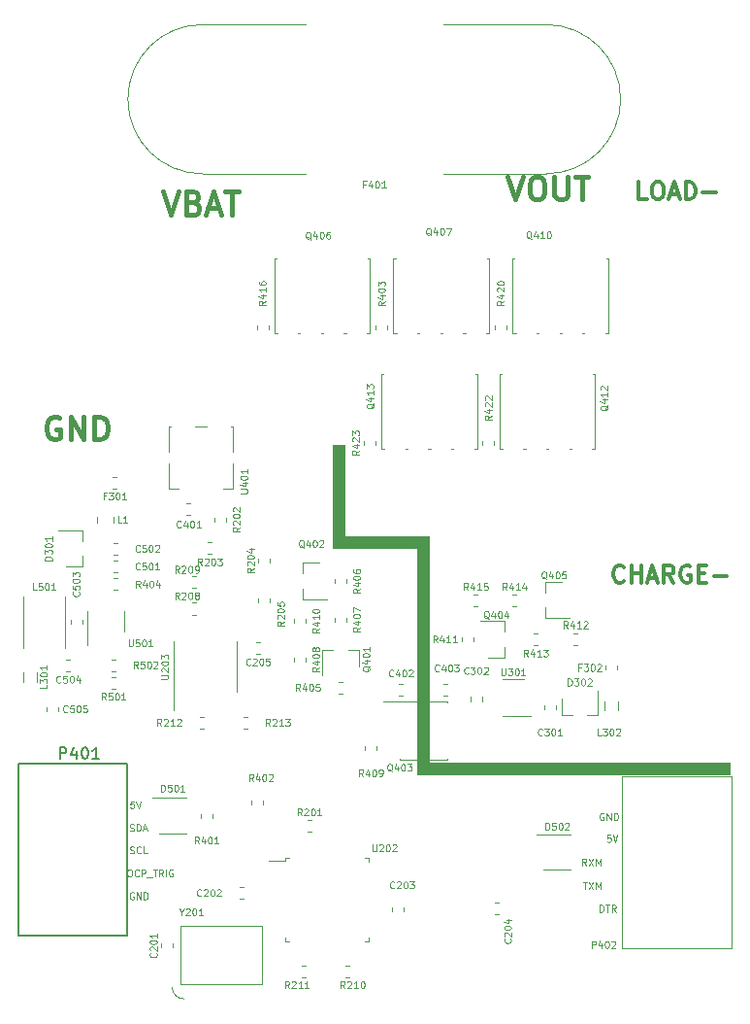
<source format=gto>
%TF.GenerationSoftware,KiCad,Pcbnew,(5.1.8)-1*%
%TF.CreationDate,2021-02-13T14:21:55-08:00*%
%TF.ProjectId,20190720_Project_OCP-OVP-UVP,32303139-3037-4323-905f-50726f6a6563,A1*%
%TF.SameCoordinates,PX6ff61c0PY8823130*%
%TF.FileFunction,Legend,Top*%
%TF.FilePolarity,Positive*%
%FSLAX46Y46*%
G04 Gerber Fmt 4.6, Leading zero omitted, Abs format (unit mm)*
G04 Created by KiCad (PCBNEW (5.1.8)-1) date 2021-02-13 14:21:55*
%MOMM*%
%LPD*%
G01*
G04 APERTURE LIST*
%ADD10C,0.400000*%
%ADD11C,0.375000*%
%ADD12C,0.100000*%
%ADD13C,0.120000*%
%ADD14C,0.150000*%
G04 APERTURE END LIST*
D10*
X42776190Y73495239D02*
X43442857Y71495239D01*
X44109523Y73495239D01*
X45157142Y73495239D02*
X45538095Y73495239D01*
X45728571Y73400000D01*
X45919047Y73209524D01*
X46014285Y72828572D01*
X46014285Y72161905D01*
X45919047Y71780953D01*
X45728571Y71590477D01*
X45538095Y71495239D01*
X45157142Y71495239D01*
X44966666Y71590477D01*
X44776190Y71780953D01*
X44680952Y72161905D01*
X44680952Y72828572D01*
X44776190Y73209524D01*
X44966666Y73400000D01*
X45157142Y73495239D01*
X46871428Y73495239D02*
X46871428Y71876191D01*
X46966666Y71685715D01*
X47061904Y71590477D01*
X47252380Y71495239D01*
X47633333Y71495239D01*
X47823809Y71590477D01*
X47919047Y71685715D01*
X48014285Y71876191D01*
X48014285Y73495239D01*
X48680952Y73495239D02*
X49823809Y73495239D01*
X49252380Y71495239D02*
X49252380Y73495239D01*
D11*
X52928571Y38264286D02*
X52857142Y38192858D01*
X52642857Y38121429D01*
X52500000Y38121429D01*
X52285714Y38192858D01*
X52142857Y38335715D01*
X52071428Y38478572D01*
X52000000Y38764286D01*
X52000000Y38978572D01*
X52071428Y39264286D01*
X52142857Y39407143D01*
X52285714Y39550000D01*
X52500000Y39621429D01*
X52642857Y39621429D01*
X52857142Y39550000D01*
X52928571Y39478572D01*
X53571428Y38121429D02*
X53571428Y39621429D01*
X53571428Y38907143D02*
X54428571Y38907143D01*
X54428571Y38121429D02*
X54428571Y39621429D01*
X55071428Y38550000D02*
X55785714Y38550000D01*
X54928571Y38121429D02*
X55428571Y39621429D01*
X55928571Y38121429D01*
X57285714Y38121429D02*
X56785714Y38835715D01*
X56428571Y38121429D02*
X56428571Y39621429D01*
X57000000Y39621429D01*
X57142857Y39550000D01*
X57214285Y39478572D01*
X57285714Y39335715D01*
X57285714Y39121429D01*
X57214285Y38978572D01*
X57142857Y38907143D01*
X57000000Y38835715D01*
X56428571Y38835715D01*
X58714285Y39550000D02*
X58571428Y39621429D01*
X58357142Y39621429D01*
X58142857Y39550000D01*
X58000000Y39407143D01*
X57928571Y39264286D01*
X57857142Y38978572D01*
X57857142Y38764286D01*
X57928571Y38478572D01*
X58000000Y38335715D01*
X58142857Y38192858D01*
X58357142Y38121429D01*
X58500000Y38121429D01*
X58714285Y38192858D01*
X58785714Y38264286D01*
X58785714Y38764286D01*
X58500000Y38764286D01*
X59428571Y38907143D02*
X59928571Y38907143D01*
X60142857Y38121429D02*
X59428571Y38121429D01*
X59428571Y39621429D01*
X60142857Y39621429D01*
X60785714Y38692858D02*
X61928571Y38692858D01*
X54957142Y71521429D02*
X54242857Y71521429D01*
X54242857Y73021429D01*
X55742857Y73021429D02*
X56028571Y73021429D01*
X56171428Y72950000D01*
X56314285Y72807143D01*
X56385714Y72521429D01*
X56385714Y72021429D01*
X56314285Y71735715D01*
X56171428Y71592858D01*
X56028571Y71521429D01*
X55742857Y71521429D01*
X55600000Y71592858D01*
X55457142Y71735715D01*
X55385714Y72021429D01*
X55385714Y72521429D01*
X55457142Y72807143D01*
X55600000Y72950000D01*
X55742857Y73021429D01*
X56957142Y71950000D02*
X57671428Y71950000D01*
X56814285Y71521429D02*
X57314285Y73021429D01*
X57814285Y71521429D01*
X58314285Y71521429D02*
X58314285Y73021429D01*
X58671428Y73021429D01*
X58885714Y72950000D01*
X59028571Y72807143D01*
X59100000Y72664286D01*
X59171428Y72378572D01*
X59171428Y72164286D01*
X59100000Y71878572D01*
X59028571Y71735715D01*
X58885714Y71592858D01*
X58671428Y71521429D01*
X58314285Y71521429D01*
X59814285Y72092858D02*
X60957142Y72092858D01*
D12*
X9742857Y13128572D02*
X9857142Y13128572D01*
X9914285Y13100000D01*
X9971428Y13042858D01*
X10000000Y12928572D01*
X10000000Y12728572D01*
X9971428Y12614286D01*
X9914285Y12557143D01*
X9857142Y12528572D01*
X9742857Y12528572D01*
X9685714Y12557143D01*
X9628571Y12614286D01*
X9600000Y12728572D01*
X9600000Y12928572D01*
X9628571Y13042858D01*
X9685714Y13100000D01*
X9742857Y13128572D01*
X10600000Y12585715D02*
X10571428Y12557143D01*
X10485714Y12528572D01*
X10428571Y12528572D01*
X10342857Y12557143D01*
X10285714Y12614286D01*
X10257142Y12671429D01*
X10228571Y12785715D01*
X10228571Y12871429D01*
X10257142Y12985715D01*
X10285714Y13042858D01*
X10342857Y13100000D01*
X10428571Y13128572D01*
X10485714Y13128572D01*
X10571428Y13100000D01*
X10600000Y13071429D01*
X10857142Y12528572D02*
X10857142Y13128572D01*
X11085714Y13128572D01*
X11142857Y13100000D01*
X11171428Y13071429D01*
X11200000Y13014286D01*
X11200000Y12928572D01*
X11171428Y12871429D01*
X11142857Y12842858D01*
X11085714Y12814286D01*
X10857142Y12814286D01*
X11314285Y12471429D02*
X11771428Y12471429D01*
X11828571Y13128572D02*
X12171428Y13128572D01*
X12000000Y12528572D02*
X12000000Y13128572D01*
X12714285Y12528572D02*
X12514285Y12814286D01*
X12371428Y12528572D02*
X12371428Y13128572D01*
X12600000Y13128572D01*
X12657142Y13100000D01*
X12685714Y13071429D01*
X12714285Y13014286D01*
X12714285Y12928572D01*
X12685714Y12871429D01*
X12657142Y12842858D01*
X12600000Y12814286D01*
X12371428Y12814286D01*
X12971428Y12528572D02*
X12971428Y13128572D01*
X13571428Y13100000D02*
X13514285Y13128572D01*
X13428571Y13128572D01*
X13342857Y13100000D01*
X13285714Y13042858D01*
X13257142Y12985715D01*
X13228571Y12871429D01*
X13228571Y12785715D01*
X13257142Y12671429D01*
X13285714Y12614286D01*
X13342857Y12557143D01*
X13428571Y12528572D01*
X13485714Y12528572D01*
X13571428Y12557143D01*
X13600000Y12585715D01*
X13600000Y12785715D01*
X13485714Y12785715D01*
D10*
X3686190Y52500000D02*
X3495714Y52595239D01*
X3210000Y52595239D01*
X2924285Y52500000D01*
X2733809Y52309524D01*
X2638571Y52119048D01*
X2543333Y51738096D01*
X2543333Y51452381D01*
X2638571Y51071429D01*
X2733809Y50880953D01*
X2924285Y50690477D01*
X3210000Y50595239D01*
X3400476Y50595239D01*
X3686190Y50690477D01*
X3781428Y50785715D01*
X3781428Y51452381D01*
X3400476Y51452381D01*
X4638571Y50595239D02*
X4638571Y52595239D01*
X5781428Y50595239D01*
X5781428Y52595239D01*
X6733809Y50595239D02*
X6733809Y52595239D01*
X7210000Y52595239D01*
X7495714Y52500000D01*
X7686190Y52309524D01*
X7781428Y52119048D01*
X7876666Y51738096D01*
X7876666Y51452381D01*
X7781428Y51071429D01*
X7686190Y50880953D01*
X7495714Y50690477D01*
X7210000Y50595239D01*
X6733809Y50595239D01*
X12714285Y72195239D02*
X13380952Y70195239D01*
X14047619Y72195239D01*
X15380952Y71242858D02*
X15666666Y71147620D01*
X15761904Y71052381D01*
X15857142Y70861905D01*
X15857142Y70576191D01*
X15761904Y70385715D01*
X15666666Y70290477D01*
X15476190Y70195239D01*
X14714285Y70195239D01*
X14714285Y72195239D01*
X15380952Y72195239D01*
X15571428Y72100000D01*
X15666666Y72004762D01*
X15761904Y71814286D01*
X15761904Y71623810D01*
X15666666Y71433334D01*
X15571428Y71338096D01*
X15380952Y71242858D01*
X14714285Y71242858D01*
X16619047Y70766667D02*
X17571428Y70766667D01*
X16428571Y70195239D02*
X17095238Y72195239D01*
X17761904Y70195239D01*
X18142857Y72195239D02*
X19285714Y72195239D01*
X18714285Y70195239D02*
X18714285Y72195239D01*
D12*
G36*
X28550000Y42125000D02*
G01*
X35925000Y42125000D01*
X35925000Y22450000D01*
X62200000Y22450000D01*
X62200000Y21450000D01*
X34925000Y21450000D01*
X34925000Y41125000D01*
X27550000Y41125000D01*
X27550000Y50075000D01*
X28550000Y50075000D01*
X28550000Y42125000D01*
G37*
X28550000Y42125000D02*
X35925000Y42125000D01*
X35925000Y22450000D01*
X62200000Y22450000D01*
X62200000Y21450000D01*
X34925000Y21450000D01*
X34925000Y41125000D01*
X27550000Y41125000D01*
X27550000Y50075000D01*
X28550000Y50075000D01*
X28550000Y42125000D01*
X50820714Y9428572D02*
X50820714Y10028572D01*
X50963571Y10028572D01*
X51049285Y10000000D01*
X51106428Y9942858D01*
X51135000Y9885715D01*
X51163571Y9771429D01*
X51163571Y9685715D01*
X51135000Y9571429D01*
X51106428Y9514286D01*
X51049285Y9457143D01*
X50963571Y9428572D01*
X50820714Y9428572D01*
X51335000Y10028572D02*
X51677857Y10028572D01*
X51506428Y9428572D02*
X51506428Y10028572D01*
X52220714Y9428572D02*
X52020714Y9714286D01*
X51877857Y9428572D02*
X51877857Y10028572D01*
X52106428Y10028572D01*
X52163571Y10000000D01*
X52192142Y9971429D01*
X52220714Y9914286D01*
X52220714Y9828572D01*
X52192142Y9771429D01*
X52163571Y9742858D01*
X52106428Y9714286D01*
X51877857Y9714286D01*
X49377857Y12028572D02*
X49720714Y12028572D01*
X49549285Y11428572D02*
X49549285Y12028572D01*
X49863571Y12028572D02*
X50263571Y11428572D01*
X50263571Y12028572D02*
X49863571Y11428572D01*
X50492142Y11428572D02*
X50492142Y12028572D01*
X50692142Y11600000D01*
X50892142Y12028572D01*
X50892142Y11428572D01*
X49663571Y13478572D02*
X49463571Y13764286D01*
X49320714Y13478572D02*
X49320714Y14078572D01*
X49549285Y14078572D01*
X49606428Y14050000D01*
X49635000Y14021429D01*
X49663571Y13964286D01*
X49663571Y13878572D01*
X49635000Y13821429D01*
X49606428Y13792858D01*
X49549285Y13764286D01*
X49320714Y13764286D01*
X49863571Y14078572D02*
X50263571Y13478572D01*
X50263571Y14078572D02*
X49863571Y13478572D01*
X50492142Y13478572D02*
X50492142Y14078572D01*
X50692142Y13650000D01*
X50892142Y14078572D01*
X50892142Y13478572D01*
X51777857Y16128572D02*
X51492142Y16128572D01*
X51463571Y15842858D01*
X51492142Y15871429D01*
X51549285Y15900000D01*
X51692142Y15900000D01*
X51749285Y15871429D01*
X51777857Y15842858D01*
X51806428Y15785715D01*
X51806428Y15642858D01*
X51777857Y15585715D01*
X51749285Y15557143D01*
X51692142Y15528572D01*
X51549285Y15528572D01*
X51492142Y15557143D01*
X51463571Y15585715D01*
X51977857Y16128572D02*
X52177857Y15528572D01*
X52377857Y16128572D01*
X51163571Y18000000D02*
X51106428Y18028572D01*
X51020714Y18028572D01*
X50935000Y18000000D01*
X50877857Y17942858D01*
X50849285Y17885715D01*
X50820714Y17771429D01*
X50820714Y17685715D01*
X50849285Y17571429D01*
X50877857Y17514286D01*
X50935000Y17457143D01*
X51020714Y17428572D01*
X51077857Y17428572D01*
X51163571Y17457143D01*
X51192142Y17485715D01*
X51192142Y17685715D01*
X51077857Y17685715D01*
X51449285Y17428572D02*
X51449285Y18028572D01*
X51792142Y17428572D01*
X51792142Y18028572D01*
X52077857Y17428572D02*
X52077857Y18028572D01*
X52220714Y18028572D01*
X52306428Y18000000D01*
X52363571Y17942858D01*
X52392142Y17885715D01*
X52420714Y17771429D01*
X52420714Y17685715D01*
X52392142Y17571429D01*
X52363571Y17514286D01*
X52306428Y17457143D01*
X52220714Y17428572D01*
X52077857Y17428572D01*
X10185714Y19078572D02*
X9900000Y19078572D01*
X9871428Y18792858D01*
X9900000Y18821429D01*
X9957142Y18850000D01*
X10100000Y18850000D01*
X10157142Y18821429D01*
X10185714Y18792858D01*
X10214285Y18735715D01*
X10214285Y18592858D01*
X10185714Y18535715D01*
X10157142Y18507143D01*
X10100000Y18478572D01*
X9957142Y18478572D01*
X9900000Y18507143D01*
X9871428Y18535715D01*
X10385714Y19078572D02*
X10585714Y18478572D01*
X10785714Y19078572D01*
X9821428Y16507143D02*
X9907142Y16478572D01*
X10050000Y16478572D01*
X10107142Y16507143D01*
X10135714Y16535715D01*
X10164285Y16592858D01*
X10164285Y16650000D01*
X10135714Y16707143D01*
X10107142Y16735715D01*
X10050000Y16764286D01*
X9935714Y16792858D01*
X9878571Y16821429D01*
X9850000Y16850000D01*
X9821428Y16907143D01*
X9821428Y16964286D01*
X9850000Y17021429D01*
X9878571Y17050000D01*
X9935714Y17078572D01*
X10078571Y17078572D01*
X10164285Y17050000D01*
X10421428Y16478572D02*
X10421428Y17078572D01*
X10564285Y17078572D01*
X10650000Y17050000D01*
X10707142Y16992858D01*
X10735714Y16935715D01*
X10764285Y16821429D01*
X10764285Y16735715D01*
X10735714Y16621429D01*
X10707142Y16564286D01*
X10650000Y16507143D01*
X10564285Y16478572D01*
X10421428Y16478572D01*
X10992857Y16650000D02*
X11278571Y16650000D01*
X10935714Y16478572D02*
X11135714Y17078572D01*
X11335714Y16478572D01*
X9835714Y14557143D02*
X9921428Y14528572D01*
X10064285Y14528572D01*
X10121428Y14557143D01*
X10150000Y14585715D01*
X10178571Y14642858D01*
X10178571Y14700000D01*
X10150000Y14757143D01*
X10121428Y14785715D01*
X10064285Y14814286D01*
X9950000Y14842858D01*
X9892857Y14871429D01*
X9864285Y14900000D01*
X9835714Y14957143D01*
X9835714Y15014286D01*
X9864285Y15071429D01*
X9892857Y15100000D01*
X9950000Y15128572D01*
X10092857Y15128572D01*
X10178571Y15100000D01*
X10778571Y14585715D02*
X10750000Y14557143D01*
X10664285Y14528572D01*
X10607142Y14528572D01*
X10521428Y14557143D01*
X10464285Y14614286D01*
X10435714Y14671429D01*
X10407142Y14785715D01*
X10407142Y14871429D01*
X10435714Y14985715D01*
X10464285Y15042858D01*
X10521428Y15100000D01*
X10607142Y15128572D01*
X10664285Y15128572D01*
X10750000Y15100000D01*
X10778571Y15071429D01*
X11321428Y14528572D02*
X11035714Y14528572D01*
X11035714Y15128572D01*
X10142857Y11100000D02*
X10085714Y11128572D01*
X10000000Y11128572D01*
X9914285Y11100000D01*
X9857142Y11042858D01*
X9828571Y10985715D01*
X9800000Y10871429D01*
X9800000Y10785715D01*
X9828571Y10671429D01*
X9857142Y10614286D01*
X9914285Y10557143D01*
X10000000Y10528572D01*
X10057142Y10528572D01*
X10142857Y10557143D01*
X10171428Y10585715D01*
X10171428Y10785715D01*
X10057142Y10785715D01*
X10428571Y10528572D02*
X10428571Y11128572D01*
X10771428Y10528572D01*
X10771428Y11128572D01*
X11057142Y10528572D02*
X11057142Y11128572D01*
X11200000Y11128572D01*
X11285714Y11100000D01*
X11342857Y11042858D01*
X11371428Y10985715D01*
X11400000Y10871429D01*
X11400000Y10785715D01*
X11371428Y10671429D01*
X11342857Y10614286D01*
X11285714Y10557143D01*
X11200000Y10528572D01*
X11057142Y10528572D01*
D13*
X24504241Y59823400D02*
X24695762Y59823400D01*
X26504242Y59823400D02*
X26695761Y59823400D01*
X28504241Y59823400D02*
X28695762Y59823400D01*
X30504242Y59823400D02*
X30778300Y59823400D01*
X22421700Y59823400D02*
X22695761Y59823400D01*
X30778300Y59823400D02*
X30778300Y66376600D01*
X30778300Y66376600D02*
X30603040Y66376600D01*
X22421700Y66376600D02*
X22421700Y59823400D01*
X22596960Y66376600D02*
X22421700Y66376600D01*
X34904241Y59823400D02*
X35095762Y59823400D01*
X36904242Y59823400D02*
X37095761Y59823400D01*
X38904241Y59823400D02*
X39095762Y59823400D01*
X40904242Y59823400D02*
X41178300Y59823400D01*
X32821700Y59823400D02*
X33095761Y59823400D01*
X41178300Y59823400D02*
X41178300Y66376600D01*
X41178300Y66376600D02*
X41003040Y66376600D01*
X32821700Y66376600D02*
X32821700Y59823400D01*
X32996960Y66376600D02*
X32821700Y66376600D01*
X45304241Y59823400D02*
X45495762Y59823400D01*
X47304242Y59823400D02*
X47495761Y59823400D01*
X49304241Y59823400D02*
X49495762Y59823400D01*
X51304242Y59823400D02*
X51578300Y59823400D01*
X43221700Y59823400D02*
X43495761Y59823400D01*
X51578300Y59823400D02*
X51578300Y66376600D01*
X51578300Y66376600D02*
X51403040Y66376600D01*
X43221700Y66376600D02*
X43221700Y59823400D01*
X43396960Y66376600D02*
X43221700Y66376600D01*
X16150000Y73750000D02*
X25150000Y73750000D01*
X25150000Y86750000D02*
X16150000Y86750000D01*
X46150000Y86750000D02*
X37150000Y86750000D01*
X37150000Y73750000D02*
X46150000Y73750000D01*
X9650000Y80250000D02*
G75*
G02*
X16150000Y86750000I6500000J0D01*
G01*
X16150000Y73750000D02*
G75*
G02*
X9650000Y80250000I0J6500000D01*
G01*
X46150000Y86750000D02*
G75*
G02*
X52650000Y80250000I0J-6500000D01*
G01*
X52650000Y80250000D02*
G75*
G02*
X46150000Y73750000I-6500000J0D01*
G01*
X62300000Y21250000D02*
X52800000Y21250000D01*
X62300000Y19250000D02*
X62300000Y19250000D01*
X52800000Y21250000D02*
X52800000Y19250000D01*
X52800000Y6250000D02*
X52800000Y19250000D01*
X62300000Y6250000D02*
X52800000Y6250000D01*
X62300000Y21250000D02*
X62300000Y6250000D01*
X4170000Y36925000D02*
X4170000Y32425000D01*
X530000Y36925000D02*
X530000Y32425000D01*
X2590000Y26928733D02*
X2590000Y27271267D01*
X3610000Y26928733D02*
X3610000Y27271267D01*
X23400000Y13875000D02*
X21975000Y13875000D01*
X30650000Y14100000D02*
X30325000Y14100000D01*
X30650000Y6850000D02*
X30325000Y6850000D01*
X23400000Y6850000D02*
X23725000Y6850000D01*
X23400000Y14100000D02*
X23725000Y14100000D01*
X23400000Y6850000D02*
X23400000Y7175000D01*
X30650000Y6850000D02*
X30650000Y7175000D01*
X30650000Y14100000D02*
X30650000Y13775000D01*
X23400000Y14100000D02*
X23400000Y13875000D01*
X21171267Y32910000D02*
X20828733Y32910000D01*
X21171267Y31890000D02*
X20828733Y31890000D01*
X13535000Y6353733D02*
X13535000Y6696267D01*
X12515000Y6353733D02*
X12515000Y6696267D01*
X19378733Y10550000D02*
X19721267Y10550000D01*
X19378733Y11570000D02*
X19721267Y11570000D01*
X33685000Y9846267D02*
X33685000Y9503733D01*
X32665000Y9846267D02*
X32665000Y9503733D01*
X41638733Y10260000D02*
X41981267Y10260000D01*
X41638733Y9240000D02*
X41981267Y9240000D01*
X25328733Y16440000D02*
X25671267Y16440000D01*
X25328733Y17460000D02*
X25671267Y17460000D01*
X15980000Y17981267D02*
X15980000Y17638733D01*
X17000000Y17981267D02*
X17000000Y17638733D01*
X21410000Y19096267D02*
X21410000Y18753733D01*
X20390000Y19096267D02*
X20390000Y18753733D01*
X8378733Y40035000D02*
X8721267Y40035000D01*
X8378733Y39015000D02*
X8721267Y39015000D01*
X5660000Y34846267D02*
X5660000Y34503733D01*
X4640000Y34846267D02*
X4640000Y34503733D01*
X8571267Y31435000D02*
X8228733Y31435000D01*
X8571267Y30415000D02*
X8228733Y30415000D01*
X6140000Y35625000D02*
X6140000Y32675000D01*
X9360000Y33825000D02*
X9360000Y35625000D01*
X8378733Y38485000D02*
X8721267Y38485000D01*
X8378733Y37465000D02*
X8721267Y37465000D01*
X5710000Y39495000D02*
X4250000Y39495000D01*
X5710000Y42655000D02*
X3550000Y42655000D01*
X5710000Y42655000D02*
X5710000Y41725000D01*
X5710000Y39495000D02*
X5710000Y40425000D01*
X8228733Y29885000D02*
X8571267Y29885000D01*
X8228733Y28865000D02*
X8571267Y28865000D01*
X19175000Y28575000D02*
X19175000Y32975000D01*
X13650000Y27000000D02*
X13650000Y32975000D01*
X21391000Y8190000D02*
X14279000Y8190000D01*
X21391000Y3110000D02*
X21391000Y8190000D01*
X14279000Y3110000D02*
X21391000Y3110000D01*
X14279000Y8190000D02*
X14279000Y3110000D01*
X14533000Y1840000D02*
G75*
G02*
X13517000Y2856000I0J1016000D01*
G01*
X33303733Y28265000D02*
X33646267Y28265000D01*
X33303733Y29285000D02*
X33646267Y29285000D01*
X37546267Y28265000D02*
X37203733Y28265000D01*
X37546267Y29285000D02*
X37203733Y29285000D01*
X8337221Y47310000D02*
X8662779Y47310000D01*
X8337221Y46290000D02*
X8662779Y46290000D01*
X29780000Y32235000D02*
X29780000Y30775000D01*
X26620000Y32235000D02*
X26620000Y30075000D01*
X26620000Y32235000D02*
X27550000Y32235000D01*
X29780000Y32235000D02*
X28850000Y32235000D01*
X24890000Y39830000D02*
X24890000Y38900000D01*
X24890000Y36670000D02*
X24890000Y37600000D01*
X24890000Y36670000D02*
X27050000Y36670000D01*
X24890000Y39830000D02*
X26350000Y39830000D01*
X33350000Y27745000D02*
X31950000Y27745000D01*
X33350000Y22645000D02*
X37500000Y22645000D01*
X33350000Y27795000D02*
X37500000Y27795000D01*
X33350000Y22645000D02*
X33350000Y22790000D01*
X37500000Y22645000D02*
X37500000Y22790000D01*
X37500000Y27795000D02*
X37500000Y27650000D01*
X33350000Y27795000D02*
X33350000Y27745000D01*
X42560000Y31595000D02*
X42560000Y32525000D01*
X42560000Y34755000D02*
X42560000Y33825000D01*
X42560000Y34755000D02*
X40400000Y34755000D01*
X42560000Y31595000D02*
X41100000Y31595000D01*
X46040000Y38180000D02*
X47500000Y38180000D01*
X46040000Y35020000D02*
X48200000Y35020000D01*
X46040000Y35020000D02*
X46040000Y35950000D01*
X46040000Y38180000D02*
X46040000Y37250000D01*
X28028733Y28465000D02*
X28371267Y28465000D01*
X28028733Y29485000D02*
X28371267Y29485000D01*
X27690000Y38421267D02*
X27690000Y38078733D01*
X28710000Y38421267D02*
X28710000Y38078733D01*
X28710000Y35071267D02*
X28710000Y34728733D01*
X27690000Y35071267D02*
X27690000Y34728733D01*
X25160000Y31596267D02*
X25160000Y31253733D01*
X24140000Y31596267D02*
X24140000Y31253733D01*
X31360000Y23896267D02*
X31360000Y23553733D01*
X30340000Y23896267D02*
X30340000Y23553733D01*
X24140000Y34971267D02*
X24140000Y34628733D01*
X25160000Y34971267D02*
X25160000Y34628733D01*
X38765000Y33346267D02*
X38765000Y33003733D01*
X39785000Y33346267D02*
X39785000Y33003733D01*
X48846267Y33685000D02*
X48503733Y33685000D01*
X48846267Y32665000D02*
X48503733Y32665000D01*
X45421267Y32665000D02*
X45078733Y32665000D01*
X45421267Y33685000D02*
X45078733Y33685000D01*
X43546267Y36090000D02*
X43203733Y36090000D01*
X43546267Y37110000D02*
X43203733Y37110000D01*
X40171267Y36090000D02*
X39828733Y36090000D01*
X40171267Y37110000D02*
X39828733Y37110000D01*
X20890000Y60228733D02*
X20890000Y60571267D01*
X21910000Y60228733D02*
X21910000Y60571267D01*
X41690000Y60228733D02*
X41690000Y60571267D01*
X42710000Y60228733D02*
X42710000Y60571267D01*
X40590000Y50128733D02*
X40590000Y50471267D01*
X41610000Y50128733D02*
X41610000Y50471267D01*
X30240000Y50471267D02*
X30240000Y50128733D01*
X31260000Y50471267D02*
X31260000Y50128733D01*
X8410000Y43858578D02*
X8410000Y43341422D01*
X6990000Y43858578D02*
X6990000Y43341422D01*
X14778733Y45060000D02*
X15121267Y45060000D01*
X14778733Y44040000D02*
X15121267Y44040000D01*
X17190000Y43796267D02*
X17190000Y43453733D01*
X18210000Y43796267D02*
X18210000Y43453733D01*
X16946267Y40640000D02*
X16603733Y40640000D01*
X16946267Y41660000D02*
X16603733Y41660000D01*
X21015000Y40221267D02*
X21015000Y39878733D01*
X22035000Y40221267D02*
X22035000Y39878733D01*
X22035000Y36721267D02*
X22035000Y36378733D01*
X21015000Y36721267D02*
X21015000Y36378733D01*
X8721267Y41585000D02*
X8378733Y41585000D01*
X8721267Y40565000D02*
X8378733Y40565000D01*
X4278733Y31435000D02*
X4621267Y31435000D01*
X4278733Y30415000D02*
X4621267Y30415000D01*
X1700000Y30275000D02*
X1700000Y29475000D01*
X500000Y30275000D02*
X500000Y29475000D01*
X45965000Y27053733D02*
X45965000Y27396267D01*
X46985000Y27053733D02*
X46985000Y27396267D01*
X40535000Y27803733D02*
X40535000Y28146267D01*
X39515000Y27803733D02*
X39515000Y28146267D01*
X47495000Y26565000D02*
X48425000Y26565000D01*
X50655000Y26565000D02*
X49725000Y26565000D01*
X50655000Y26565000D02*
X50655000Y28725000D01*
X47495000Y26565000D02*
X47495000Y28025000D01*
X51315000Y30537221D02*
X51315000Y30862779D01*
X52335000Y30537221D02*
X52335000Y30862779D01*
X52385000Y27774622D02*
X52385000Y26975378D01*
X51265000Y27774622D02*
X51265000Y26975378D01*
X31290000Y60228733D02*
X31290000Y60571267D01*
X32310000Y60228733D02*
X32310000Y60571267D01*
X44175000Y29685000D02*
X42375000Y29685000D01*
X42375000Y26465000D02*
X44825000Y26465000D01*
X14750000Y19350000D02*
X11800000Y19350000D01*
X12350000Y16250000D02*
X14750000Y16250000D01*
X45900000Y13100000D02*
X48300000Y13100000D01*
X48300000Y16200000D02*
X45350000Y16200000D01*
X15571267Y36360000D02*
X15228733Y36360000D01*
X15571267Y35340000D02*
X15228733Y35340000D01*
X15571267Y37640000D02*
X15228733Y37640000D01*
X15571267Y38660000D02*
X15228733Y38660000D01*
X28628733Y3740000D02*
X28971267Y3740000D01*
X28628733Y4760000D02*
X28971267Y4760000D01*
X25171267Y3740000D02*
X24828733Y3740000D01*
X25171267Y4760000D02*
X24828733Y4760000D01*
X15928733Y26435000D02*
X16271267Y26435000D01*
X15928733Y25415000D02*
X16271267Y25415000D01*
X19728733Y25415000D02*
X20071267Y25415000D01*
X19728733Y26435000D02*
X20071267Y26435000D01*
X16500000Y51700000D02*
X15500000Y51700000D01*
X13200000Y48500000D02*
X13200000Y46300000D01*
X13200000Y46300000D02*
X14050000Y46300000D01*
X17950000Y46300000D02*
X18800000Y46300000D01*
X18800000Y46300000D02*
X18800000Y48500000D01*
X18800000Y49500000D02*
X18800000Y51700000D01*
X18800000Y51700000D02*
X18600000Y51700000D01*
X13200000Y49500000D02*
X13200000Y51700000D01*
X13200000Y51700000D02*
X13400000Y51700000D01*
X44154241Y49773400D02*
X44345762Y49773400D01*
X46154242Y49773400D02*
X46345761Y49773400D01*
X48154241Y49773400D02*
X48345762Y49773400D01*
X50154242Y49773400D02*
X50428300Y49773400D01*
X42071700Y49773400D02*
X42345761Y49773400D01*
X50428300Y49773400D02*
X50428300Y56326600D01*
X50428300Y56326600D02*
X50253040Y56326600D01*
X42071700Y56326600D02*
X42071700Y49773400D01*
X42246960Y56326600D02*
X42071700Y56326600D01*
X31946960Y56326600D02*
X31771700Y56326600D01*
X31771700Y56326600D02*
X31771700Y49773400D01*
X40128300Y56326600D02*
X39953040Y56326600D01*
X40128300Y49773400D02*
X40128300Y56326600D01*
X31771700Y49773400D02*
X32045761Y49773400D01*
X39854242Y49773400D02*
X40128300Y49773400D01*
X37854241Y49773400D02*
X38045762Y49773400D01*
X35854242Y49773400D02*
X36045761Y49773400D01*
X33854241Y49773400D02*
X34045762Y49773400D01*
D14*
X125000Y7325000D02*
X125000Y22325000D01*
X125000Y22325000D02*
X9625000Y22325000D01*
X9625000Y22325000D02*
X9625000Y9325000D01*
X9625000Y7325000D02*
X9625000Y9325000D01*
X125000Y9325000D02*
X125000Y9325000D01*
X125000Y7325000D02*
X9625000Y7325000D01*
D12*
X25621428Y68021429D02*
X25564285Y68050000D01*
X25507142Y68107143D01*
X25421428Y68192858D01*
X25364285Y68221429D01*
X25307142Y68221429D01*
X25335714Y68078572D02*
X25278571Y68107143D01*
X25221428Y68164286D01*
X25192857Y68278572D01*
X25192857Y68478572D01*
X25221428Y68592858D01*
X25278571Y68650000D01*
X25335714Y68678572D01*
X25450000Y68678572D01*
X25507142Y68650000D01*
X25564285Y68592858D01*
X25592857Y68478572D01*
X25592857Y68278572D01*
X25564285Y68164286D01*
X25507142Y68107143D01*
X25450000Y68078572D01*
X25335714Y68078572D01*
X26107142Y68478572D02*
X26107142Y68078572D01*
X25964285Y68707143D02*
X25821428Y68278572D01*
X26192857Y68278572D01*
X26535714Y68678572D02*
X26592857Y68678572D01*
X26650000Y68650000D01*
X26678571Y68621429D01*
X26707142Y68564286D01*
X26735714Y68450000D01*
X26735714Y68307143D01*
X26707142Y68192858D01*
X26678571Y68135715D01*
X26650000Y68107143D01*
X26592857Y68078572D01*
X26535714Y68078572D01*
X26478571Y68107143D01*
X26450000Y68135715D01*
X26421428Y68192858D01*
X26392857Y68307143D01*
X26392857Y68450000D01*
X26421428Y68564286D01*
X26450000Y68621429D01*
X26478571Y68650000D01*
X26535714Y68678572D01*
X27250000Y68678572D02*
X27135714Y68678572D01*
X27078571Y68650000D01*
X27050000Y68621429D01*
X26992857Y68535715D01*
X26964285Y68421429D01*
X26964285Y68192858D01*
X26992857Y68135715D01*
X27021428Y68107143D01*
X27078571Y68078572D01*
X27192857Y68078572D01*
X27250000Y68107143D01*
X27278571Y68135715D01*
X27307142Y68192858D01*
X27307142Y68335715D01*
X27278571Y68392858D01*
X27250000Y68421429D01*
X27192857Y68450000D01*
X27078571Y68450000D01*
X27021428Y68421429D01*
X26992857Y68392858D01*
X26964285Y68335715D01*
X36121428Y68371429D02*
X36064285Y68400000D01*
X36007142Y68457143D01*
X35921428Y68542858D01*
X35864285Y68571429D01*
X35807142Y68571429D01*
X35835714Y68428572D02*
X35778571Y68457143D01*
X35721428Y68514286D01*
X35692857Y68628572D01*
X35692857Y68828572D01*
X35721428Y68942858D01*
X35778571Y69000000D01*
X35835714Y69028572D01*
X35950000Y69028572D01*
X36007142Y69000000D01*
X36064285Y68942858D01*
X36092857Y68828572D01*
X36092857Y68628572D01*
X36064285Y68514286D01*
X36007142Y68457143D01*
X35950000Y68428572D01*
X35835714Y68428572D01*
X36607142Y68828572D02*
X36607142Y68428572D01*
X36464285Y69057143D02*
X36321428Y68628572D01*
X36692857Y68628572D01*
X37035714Y69028572D02*
X37092857Y69028572D01*
X37150000Y69000000D01*
X37178571Y68971429D01*
X37207142Y68914286D01*
X37235714Y68800000D01*
X37235714Y68657143D01*
X37207142Y68542858D01*
X37178571Y68485715D01*
X37150000Y68457143D01*
X37092857Y68428572D01*
X37035714Y68428572D01*
X36978571Y68457143D01*
X36950000Y68485715D01*
X36921428Y68542858D01*
X36892857Y68657143D01*
X36892857Y68800000D01*
X36921428Y68914286D01*
X36950000Y68971429D01*
X36978571Y69000000D01*
X37035714Y69028572D01*
X37435714Y69028572D02*
X37835714Y69028572D01*
X37578571Y68428572D01*
X44871428Y68071429D02*
X44814285Y68100000D01*
X44757142Y68157143D01*
X44671428Y68242858D01*
X44614285Y68271429D01*
X44557142Y68271429D01*
X44585714Y68128572D02*
X44528571Y68157143D01*
X44471428Y68214286D01*
X44442857Y68328572D01*
X44442857Y68528572D01*
X44471428Y68642858D01*
X44528571Y68700000D01*
X44585714Y68728572D01*
X44700000Y68728572D01*
X44757142Y68700000D01*
X44814285Y68642858D01*
X44842857Y68528572D01*
X44842857Y68328572D01*
X44814285Y68214286D01*
X44757142Y68157143D01*
X44700000Y68128572D01*
X44585714Y68128572D01*
X45357142Y68528572D02*
X45357142Y68128572D01*
X45214285Y68757143D02*
X45071428Y68328572D01*
X45442857Y68328572D01*
X45985714Y68128572D02*
X45642857Y68128572D01*
X45814285Y68128572D02*
X45814285Y68728572D01*
X45757142Y68642858D01*
X45700000Y68585715D01*
X45642857Y68557143D01*
X46357142Y68728572D02*
X46414285Y68728572D01*
X46471428Y68700000D01*
X46500000Y68671429D01*
X46528571Y68614286D01*
X46557142Y68500000D01*
X46557142Y68357143D01*
X46528571Y68242858D01*
X46500000Y68185715D01*
X46471428Y68157143D01*
X46414285Y68128572D01*
X46357142Y68128572D01*
X46300000Y68157143D01*
X46271428Y68185715D01*
X46242857Y68242858D01*
X46214285Y68357143D01*
X46214285Y68500000D01*
X46242857Y68614286D01*
X46271428Y68671429D01*
X46300000Y68700000D01*
X46357142Y68728572D01*
X30378571Y72842858D02*
X30178571Y72842858D01*
X30178571Y72528572D02*
X30178571Y73128572D01*
X30464285Y73128572D01*
X30950000Y72928572D02*
X30950000Y72528572D01*
X30807142Y73157143D02*
X30664285Y72728572D01*
X31035714Y72728572D01*
X31378571Y73128572D02*
X31435714Y73128572D01*
X31492857Y73100000D01*
X31521428Y73071429D01*
X31550000Y73014286D01*
X31578571Y72900000D01*
X31578571Y72757143D01*
X31550000Y72642858D01*
X31521428Y72585715D01*
X31492857Y72557143D01*
X31435714Y72528572D01*
X31378571Y72528572D01*
X31321428Y72557143D01*
X31292857Y72585715D01*
X31264285Y72642858D01*
X31235714Y72757143D01*
X31235714Y72900000D01*
X31264285Y73014286D01*
X31292857Y73071429D01*
X31321428Y73100000D01*
X31378571Y73128572D01*
X32150000Y72528572D02*
X31807142Y72528572D01*
X31978571Y72528572D02*
X31978571Y73128572D01*
X31921428Y73042858D01*
X31864285Y72985715D01*
X31807142Y72957143D01*
X50135714Y6278572D02*
X50135714Y6878572D01*
X50364285Y6878572D01*
X50421428Y6850000D01*
X50450000Y6821429D01*
X50478571Y6764286D01*
X50478571Y6678572D01*
X50450000Y6621429D01*
X50421428Y6592858D01*
X50364285Y6564286D01*
X50135714Y6564286D01*
X50992857Y6678572D02*
X50992857Y6278572D01*
X50850000Y6907143D02*
X50707142Y6478572D01*
X51078571Y6478572D01*
X51421428Y6878572D02*
X51478571Y6878572D01*
X51535714Y6850000D01*
X51564285Y6821429D01*
X51592857Y6764286D01*
X51621428Y6650000D01*
X51621428Y6507143D01*
X51592857Y6392858D01*
X51564285Y6335715D01*
X51535714Y6307143D01*
X51478571Y6278572D01*
X51421428Y6278572D01*
X51364285Y6307143D01*
X51335714Y6335715D01*
X51307142Y6392858D01*
X51278571Y6507143D01*
X51278571Y6650000D01*
X51307142Y6764286D01*
X51335714Y6821429D01*
X51364285Y6850000D01*
X51421428Y6878572D01*
X51850000Y6821429D02*
X51878571Y6850000D01*
X51935714Y6878572D01*
X52078571Y6878572D01*
X52135714Y6850000D01*
X52164285Y6821429D01*
X52192857Y6764286D01*
X52192857Y6707143D01*
X52164285Y6621429D01*
X51821428Y6278572D01*
X52192857Y6278572D01*
X1678571Y37478572D02*
X1392857Y37478572D01*
X1392857Y38078572D01*
X2164285Y38078572D02*
X1878571Y38078572D01*
X1850000Y37792858D01*
X1878571Y37821429D01*
X1935714Y37850000D01*
X2078571Y37850000D01*
X2135714Y37821429D01*
X2164285Y37792858D01*
X2192857Y37735715D01*
X2192857Y37592858D01*
X2164285Y37535715D01*
X2135714Y37507143D01*
X2078571Y37478572D01*
X1935714Y37478572D01*
X1878571Y37507143D01*
X1850000Y37535715D01*
X2564285Y38078572D02*
X2621428Y38078572D01*
X2678571Y38050000D01*
X2707142Y38021429D01*
X2735714Y37964286D01*
X2764285Y37850000D01*
X2764285Y37707143D01*
X2735714Y37592858D01*
X2707142Y37535715D01*
X2678571Y37507143D01*
X2621428Y37478572D01*
X2564285Y37478572D01*
X2507142Y37507143D01*
X2478571Y37535715D01*
X2450000Y37592858D01*
X2421428Y37707143D01*
X2421428Y37850000D01*
X2450000Y37964286D01*
X2478571Y38021429D01*
X2507142Y38050000D01*
X2564285Y38078572D01*
X3335714Y37478572D02*
X2992857Y37478572D01*
X3164285Y37478572D02*
X3164285Y38078572D01*
X3107142Y37992858D01*
X3050000Y37935715D01*
X2992857Y37907143D01*
X4378571Y26885715D02*
X4350000Y26857143D01*
X4264285Y26828572D01*
X4207142Y26828572D01*
X4121428Y26857143D01*
X4064285Y26914286D01*
X4035714Y26971429D01*
X4007142Y27085715D01*
X4007142Y27171429D01*
X4035714Y27285715D01*
X4064285Y27342858D01*
X4121428Y27400000D01*
X4207142Y27428572D01*
X4264285Y27428572D01*
X4350000Y27400000D01*
X4378571Y27371429D01*
X4921428Y27428572D02*
X4635714Y27428572D01*
X4607142Y27142858D01*
X4635714Y27171429D01*
X4692857Y27200000D01*
X4835714Y27200000D01*
X4892857Y27171429D01*
X4921428Y27142858D01*
X4950000Y27085715D01*
X4950000Y26942858D01*
X4921428Y26885715D01*
X4892857Y26857143D01*
X4835714Y26828572D01*
X4692857Y26828572D01*
X4635714Y26857143D01*
X4607142Y26885715D01*
X5321428Y27428572D02*
X5378571Y27428572D01*
X5435714Y27400000D01*
X5464285Y27371429D01*
X5492857Y27314286D01*
X5521428Y27200000D01*
X5521428Y27057143D01*
X5492857Y26942858D01*
X5464285Y26885715D01*
X5435714Y26857143D01*
X5378571Y26828572D01*
X5321428Y26828572D01*
X5264285Y26857143D01*
X5235714Y26885715D01*
X5207142Y26942858D01*
X5178571Y27057143D01*
X5178571Y27200000D01*
X5207142Y27314286D01*
X5235714Y27371429D01*
X5264285Y27400000D01*
X5321428Y27428572D01*
X6064285Y27428572D02*
X5778571Y27428572D01*
X5750000Y27142858D01*
X5778571Y27171429D01*
X5835714Y27200000D01*
X5978571Y27200000D01*
X6035714Y27171429D01*
X6064285Y27142858D01*
X6092857Y27085715D01*
X6092857Y26942858D01*
X6064285Y26885715D01*
X6035714Y26857143D01*
X5978571Y26828572D01*
X5835714Y26828572D01*
X5778571Y26857143D01*
X5750000Y26885715D01*
X30996428Y15303572D02*
X30996428Y14817858D01*
X31025000Y14760715D01*
X31053571Y14732143D01*
X31110714Y14703572D01*
X31225000Y14703572D01*
X31282142Y14732143D01*
X31310714Y14760715D01*
X31339285Y14817858D01*
X31339285Y15303572D01*
X31596428Y15246429D02*
X31625000Y15275000D01*
X31682142Y15303572D01*
X31825000Y15303572D01*
X31882142Y15275000D01*
X31910714Y15246429D01*
X31939285Y15189286D01*
X31939285Y15132143D01*
X31910714Y15046429D01*
X31567857Y14703572D01*
X31939285Y14703572D01*
X32310714Y15303572D02*
X32367857Y15303572D01*
X32425000Y15275000D01*
X32453571Y15246429D01*
X32482142Y15189286D01*
X32510714Y15075000D01*
X32510714Y14932143D01*
X32482142Y14817858D01*
X32453571Y14760715D01*
X32425000Y14732143D01*
X32367857Y14703572D01*
X32310714Y14703572D01*
X32253571Y14732143D01*
X32225000Y14760715D01*
X32196428Y14817858D01*
X32167857Y14932143D01*
X32167857Y15075000D01*
X32196428Y15189286D01*
X32225000Y15246429D01*
X32253571Y15275000D01*
X32310714Y15303572D01*
X32739285Y15246429D02*
X32767857Y15275000D01*
X32825000Y15303572D01*
X32967857Y15303572D01*
X33025000Y15275000D01*
X33053571Y15246429D01*
X33082142Y15189286D01*
X33082142Y15132143D01*
X33053571Y15046429D01*
X32710714Y14703572D01*
X33082142Y14703572D01*
X20328571Y30985715D02*
X20300000Y30957143D01*
X20214285Y30928572D01*
X20157142Y30928572D01*
X20071428Y30957143D01*
X20014285Y31014286D01*
X19985714Y31071429D01*
X19957142Y31185715D01*
X19957142Y31271429D01*
X19985714Y31385715D01*
X20014285Y31442858D01*
X20071428Y31500000D01*
X20157142Y31528572D01*
X20214285Y31528572D01*
X20300000Y31500000D01*
X20328571Y31471429D01*
X20557142Y31471429D02*
X20585714Y31500000D01*
X20642857Y31528572D01*
X20785714Y31528572D01*
X20842857Y31500000D01*
X20871428Y31471429D01*
X20900000Y31414286D01*
X20900000Y31357143D01*
X20871428Y31271429D01*
X20528571Y30928572D01*
X20900000Y30928572D01*
X21271428Y31528572D02*
X21328571Y31528572D01*
X21385714Y31500000D01*
X21414285Y31471429D01*
X21442857Y31414286D01*
X21471428Y31300000D01*
X21471428Y31157143D01*
X21442857Y31042858D01*
X21414285Y30985715D01*
X21385714Y30957143D01*
X21328571Y30928572D01*
X21271428Y30928572D01*
X21214285Y30957143D01*
X21185714Y30985715D01*
X21157142Y31042858D01*
X21128571Y31157143D01*
X21128571Y31300000D01*
X21157142Y31414286D01*
X21185714Y31471429D01*
X21214285Y31500000D01*
X21271428Y31528572D01*
X22014285Y31528572D02*
X21728571Y31528572D01*
X21700000Y31242858D01*
X21728571Y31271429D01*
X21785714Y31300000D01*
X21928571Y31300000D01*
X21985714Y31271429D01*
X22014285Y31242858D01*
X22042857Y31185715D01*
X22042857Y31042858D01*
X22014285Y30985715D01*
X21985714Y30957143D01*
X21928571Y30928572D01*
X21785714Y30928572D01*
X21728571Y30957143D01*
X21700000Y30985715D01*
X12114285Y5828572D02*
X12142857Y5800000D01*
X12171428Y5714286D01*
X12171428Y5657143D01*
X12142857Y5571429D01*
X12085714Y5514286D01*
X12028571Y5485715D01*
X11914285Y5457143D01*
X11828571Y5457143D01*
X11714285Y5485715D01*
X11657142Y5514286D01*
X11600000Y5571429D01*
X11571428Y5657143D01*
X11571428Y5714286D01*
X11600000Y5800000D01*
X11628571Y5828572D01*
X11628571Y6057143D02*
X11600000Y6085715D01*
X11571428Y6142858D01*
X11571428Y6285715D01*
X11600000Y6342858D01*
X11628571Y6371429D01*
X11685714Y6400000D01*
X11742857Y6400000D01*
X11828571Y6371429D01*
X12171428Y6028572D01*
X12171428Y6400000D01*
X11571428Y6771429D02*
X11571428Y6828572D01*
X11600000Y6885715D01*
X11628571Y6914286D01*
X11685714Y6942858D01*
X11800000Y6971429D01*
X11942857Y6971429D01*
X12057142Y6942858D01*
X12114285Y6914286D01*
X12142857Y6885715D01*
X12171428Y6828572D01*
X12171428Y6771429D01*
X12142857Y6714286D01*
X12114285Y6685715D01*
X12057142Y6657143D01*
X11942857Y6628572D01*
X11800000Y6628572D01*
X11685714Y6657143D01*
X11628571Y6685715D01*
X11600000Y6714286D01*
X11571428Y6771429D01*
X12171428Y7542858D02*
X12171428Y7200000D01*
X12171428Y7371429D02*
X11571428Y7371429D01*
X11657142Y7314286D01*
X11714285Y7257143D01*
X11742857Y7200000D01*
X16058571Y10845715D02*
X16030000Y10817143D01*
X15944285Y10788572D01*
X15887142Y10788572D01*
X15801428Y10817143D01*
X15744285Y10874286D01*
X15715714Y10931429D01*
X15687142Y11045715D01*
X15687142Y11131429D01*
X15715714Y11245715D01*
X15744285Y11302858D01*
X15801428Y11360000D01*
X15887142Y11388572D01*
X15944285Y11388572D01*
X16030000Y11360000D01*
X16058571Y11331429D01*
X16287142Y11331429D02*
X16315714Y11360000D01*
X16372857Y11388572D01*
X16515714Y11388572D01*
X16572857Y11360000D01*
X16601428Y11331429D01*
X16630000Y11274286D01*
X16630000Y11217143D01*
X16601428Y11131429D01*
X16258571Y10788572D01*
X16630000Y10788572D01*
X17001428Y11388572D02*
X17058571Y11388572D01*
X17115714Y11360000D01*
X17144285Y11331429D01*
X17172857Y11274286D01*
X17201428Y11160000D01*
X17201428Y11017143D01*
X17172857Y10902858D01*
X17144285Y10845715D01*
X17115714Y10817143D01*
X17058571Y10788572D01*
X17001428Y10788572D01*
X16944285Y10817143D01*
X16915714Y10845715D01*
X16887142Y10902858D01*
X16858571Y11017143D01*
X16858571Y11160000D01*
X16887142Y11274286D01*
X16915714Y11331429D01*
X16944285Y11360000D01*
X17001428Y11388572D01*
X17430000Y11331429D02*
X17458571Y11360000D01*
X17515714Y11388572D01*
X17658571Y11388572D01*
X17715714Y11360000D01*
X17744285Y11331429D01*
X17772857Y11274286D01*
X17772857Y11217143D01*
X17744285Y11131429D01*
X17401428Y10788572D01*
X17772857Y10788572D01*
X32903571Y11535715D02*
X32875000Y11507143D01*
X32789285Y11478572D01*
X32732142Y11478572D01*
X32646428Y11507143D01*
X32589285Y11564286D01*
X32560714Y11621429D01*
X32532142Y11735715D01*
X32532142Y11821429D01*
X32560714Y11935715D01*
X32589285Y11992858D01*
X32646428Y12050000D01*
X32732142Y12078572D01*
X32789285Y12078572D01*
X32875000Y12050000D01*
X32903571Y12021429D01*
X33132142Y12021429D02*
X33160714Y12050000D01*
X33217857Y12078572D01*
X33360714Y12078572D01*
X33417857Y12050000D01*
X33446428Y12021429D01*
X33475000Y11964286D01*
X33475000Y11907143D01*
X33446428Y11821429D01*
X33103571Y11478572D01*
X33475000Y11478572D01*
X33846428Y12078572D02*
X33903571Y12078572D01*
X33960714Y12050000D01*
X33989285Y12021429D01*
X34017857Y11964286D01*
X34046428Y11850000D01*
X34046428Y11707143D01*
X34017857Y11592858D01*
X33989285Y11535715D01*
X33960714Y11507143D01*
X33903571Y11478572D01*
X33846428Y11478572D01*
X33789285Y11507143D01*
X33760714Y11535715D01*
X33732142Y11592858D01*
X33703571Y11707143D01*
X33703571Y11850000D01*
X33732142Y11964286D01*
X33760714Y12021429D01*
X33789285Y12050000D01*
X33846428Y12078572D01*
X34246428Y12078572D02*
X34617857Y12078572D01*
X34417857Y11850000D01*
X34503571Y11850000D01*
X34560714Y11821429D01*
X34589285Y11792858D01*
X34617857Y11735715D01*
X34617857Y11592858D01*
X34589285Y11535715D01*
X34560714Y11507143D01*
X34503571Y11478572D01*
X34332142Y11478572D01*
X34275000Y11507143D01*
X34246428Y11535715D01*
X43034285Y7068572D02*
X43062857Y7040000D01*
X43091428Y6954286D01*
X43091428Y6897143D01*
X43062857Y6811429D01*
X43005714Y6754286D01*
X42948571Y6725715D01*
X42834285Y6697143D01*
X42748571Y6697143D01*
X42634285Y6725715D01*
X42577142Y6754286D01*
X42520000Y6811429D01*
X42491428Y6897143D01*
X42491428Y6954286D01*
X42520000Y7040000D01*
X42548571Y7068572D01*
X42548571Y7297143D02*
X42520000Y7325715D01*
X42491428Y7382858D01*
X42491428Y7525715D01*
X42520000Y7582858D01*
X42548571Y7611429D01*
X42605714Y7640000D01*
X42662857Y7640000D01*
X42748571Y7611429D01*
X43091428Y7268572D01*
X43091428Y7640000D01*
X42491428Y8011429D02*
X42491428Y8068572D01*
X42520000Y8125715D01*
X42548571Y8154286D01*
X42605714Y8182858D01*
X42720000Y8211429D01*
X42862857Y8211429D01*
X42977142Y8182858D01*
X43034285Y8154286D01*
X43062857Y8125715D01*
X43091428Y8068572D01*
X43091428Y8011429D01*
X43062857Y7954286D01*
X43034285Y7925715D01*
X42977142Y7897143D01*
X42862857Y7868572D01*
X42720000Y7868572D01*
X42605714Y7897143D01*
X42548571Y7925715D01*
X42520000Y7954286D01*
X42491428Y8011429D01*
X42691428Y8725715D02*
X43091428Y8725715D01*
X42462857Y8582858D02*
X42891428Y8440000D01*
X42891428Y8811429D01*
X24828571Y17828572D02*
X24628571Y18114286D01*
X24485714Y17828572D02*
X24485714Y18428572D01*
X24714285Y18428572D01*
X24771428Y18400000D01*
X24800000Y18371429D01*
X24828571Y18314286D01*
X24828571Y18228572D01*
X24800000Y18171429D01*
X24771428Y18142858D01*
X24714285Y18114286D01*
X24485714Y18114286D01*
X25057142Y18371429D02*
X25085714Y18400000D01*
X25142857Y18428572D01*
X25285714Y18428572D01*
X25342857Y18400000D01*
X25371428Y18371429D01*
X25400000Y18314286D01*
X25400000Y18257143D01*
X25371428Y18171429D01*
X25028571Y17828572D01*
X25400000Y17828572D01*
X25771428Y18428572D02*
X25828571Y18428572D01*
X25885714Y18400000D01*
X25914285Y18371429D01*
X25942857Y18314286D01*
X25971428Y18200000D01*
X25971428Y18057143D01*
X25942857Y17942858D01*
X25914285Y17885715D01*
X25885714Y17857143D01*
X25828571Y17828572D01*
X25771428Y17828572D01*
X25714285Y17857143D01*
X25685714Y17885715D01*
X25657142Y17942858D01*
X25628571Y18057143D01*
X25628571Y18200000D01*
X25657142Y18314286D01*
X25685714Y18371429D01*
X25714285Y18400000D01*
X25771428Y18428572D01*
X26542857Y17828572D02*
X26200000Y17828572D01*
X26371428Y17828572D02*
X26371428Y18428572D01*
X26314285Y18342858D01*
X26257142Y18285715D01*
X26200000Y18257143D01*
X15843571Y15363572D02*
X15643571Y15649286D01*
X15500714Y15363572D02*
X15500714Y15963572D01*
X15729285Y15963572D01*
X15786428Y15935000D01*
X15815000Y15906429D01*
X15843571Y15849286D01*
X15843571Y15763572D01*
X15815000Y15706429D01*
X15786428Y15677858D01*
X15729285Y15649286D01*
X15500714Y15649286D01*
X16357857Y15763572D02*
X16357857Y15363572D01*
X16215000Y15992143D02*
X16072142Y15563572D01*
X16443571Y15563572D01*
X16786428Y15963572D02*
X16843571Y15963572D01*
X16900714Y15935000D01*
X16929285Y15906429D01*
X16957857Y15849286D01*
X16986428Y15735000D01*
X16986428Y15592143D01*
X16957857Y15477858D01*
X16929285Y15420715D01*
X16900714Y15392143D01*
X16843571Y15363572D01*
X16786428Y15363572D01*
X16729285Y15392143D01*
X16700714Y15420715D01*
X16672142Y15477858D01*
X16643571Y15592143D01*
X16643571Y15735000D01*
X16672142Y15849286D01*
X16700714Y15906429D01*
X16729285Y15935000D01*
X16786428Y15963572D01*
X17557857Y15363572D02*
X17215000Y15363572D01*
X17386428Y15363572D02*
X17386428Y15963572D01*
X17329285Y15877858D01*
X17272142Y15820715D01*
X17215000Y15792143D01*
X20578571Y20828572D02*
X20378571Y21114286D01*
X20235714Y20828572D02*
X20235714Y21428572D01*
X20464285Y21428572D01*
X20521428Y21400000D01*
X20550000Y21371429D01*
X20578571Y21314286D01*
X20578571Y21228572D01*
X20550000Y21171429D01*
X20521428Y21142858D01*
X20464285Y21114286D01*
X20235714Y21114286D01*
X21092857Y21228572D02*
X21092857Y20828572D01*
X20950000Y21457143D02*
X20807142Y21028572D01*
X21178571Y21028572D01*
X21521428Y21428572D02*
X21578571Y21428572D01*
X21635714Y21400000D01*
X21664285Y21371429D01*
X21692857Y21314286D01*
X21721428Y21200000D01*
X21721428Y21057143D01*
X21692857Y20942858D01*
X21664285Y20885715D01*
X21635714Y20857143D01*
X21578571Y20828572D01*
X21521428Y20828572D01*
X21464285Y20857143D01*
X21435714Y20885715D01*
X21407142Y20942858D01*
X21378571Y21057143D01*
X21378571Y21200000D01*
X21407142Y21314286D01*
X21435714Y21371429D01*
X21464285Y21400000D01*
X21521428Y21428572D01*
X21950000Y21371429D02*
X21978571Y21400000D01*
X22035714Y21428572D01*
X22178571Y21428572D01*
X22235714Y21400000D01*
X22264285Y21371429D01*
X22292857Y21314286D01*
X22292857Y21257143D01*
X22264285Y21171429D01*
X21921428Y20828572D01*
X22292857Y20828572D01*
X10678571Y39310715D02*
X10650000Y39282143D01*
X10564285Y39253572D01*
X10507142Y39253572D01*
X10421428Y39282143D01*
X10364285Y39339286D01*
X10335714Y39396429D01*
X10307142Y39510715D01*
X10307142Y39596429D01*
X10335714Y39710715D01*
X10364285Y39767858D01*
X10421428Y39825000D01*
X10507142Y39853572D01*
X10564285Y39853572D01*
X10650000Y39825000D01*
X10678571Y39796429D01*
X11221428Y39853572D02*
X10935714Y39853572D01*
X10907142Y39567858D01*
X10935714Y39596429D01*
X10992857Y39625000D01*
X11135714Y39625000D01*
X11192857Y39596429D01*
X11221428Y39567858D01*
X11250000Y39510715D01*
X11250000Y39367858D01*
X11221428Y39310715D01*
X11192857Y39282143D01*
X11135714Y39253572D01*
X10992857Y39253572D01*
X10935714Y39282143D01*
X10907142Y39310715D01*
X11621428Y39853572D02*
X11678571Y39853572D01*
X11735714Y39825000D01*
X11764285Y39796429D01*
X11792857Y39739286D01*
X11821428Y39625000D01*
X11821428Y39482143D01*
X11792857Y39367858D01*
X11764285Y39310715D01*
X11735714Y39282143D01*
X11678571Y39253572D01*
X11621428Y39253572D01*
X11564285Y39282143D01*
X11535714Y39310715D01*
X11507142Y39367858D01*
X11478571Y39482143D01*
X11478571Y39625000D01*
X11507142Y39739286D01*
X11535714Y39796429D01*
X11564285Y39825000D01*
X11621428Y39853572D01*
X12392857Y39253572D02*
X12050000Y39253572D01*
X12221428Y39253572D02*
X12221428Y39853572D01*
X12164285Y39767858D01*
X12107142Y39710715D01*
X12050000Y39682143D01*
X5364285Y37303572D02*
X5392857Y37275000D01*
X5421428Y37189286D01*
X5421428Y37132143D01*
X5392857Y37046429D01*
X5335714Y36989286D01*
X5278571Y36960715D01*
X5164285Y36932143D01*
X5078571Y36932143D01*
X4964285Y36960715D01*
X4907142Y36989286D01*
X4850000Y37046429D01*
X4821428Y37132143D01*
X4821428Y37189286D01*
X4850000Y37275000D01*
X4878571Y37303572D01*
X4821428Y37846429D02*
X4821428Y37560715D01*
X5107142Y37532143D01*
X5078571Y37560715D01*
X5050000Y37617858D01*
X5050000Y37760715D01*
X5078571Y37817858D01*
X5107142Y37846429D01*
X5164285Y37875000D01*
X5307142Y37875000D01*
X5364285Y37846429D01*
X5392857Y37817858D01*
X5421428Y37760715D01*
X5421428Y37617858D01*
X5392857Y37560715D01*
X5364285Y37532143D01*
X4821428Y38246429D02*
X4821428Y38303572D01*
X4850000Y38360715D01*
X4878571Y38389286D01*
X4935714Y38417858D01*
X5050000Y38446429D01*
X5192857Y38446429D01*
X5307142Y38417858D01*
X5364285Y38389286D01*
X5392857Y38360715D01*
X5421428Y38303572D01*
X5421428Y38246429D01*
X5392857Y38189286D01*
X5364285Y38160715D01*
X5307142Y38132143D01*
X5192857Y38103572D01*
X5050000Y38103572D01*
X4935714Y38132143D01*
X4878571Y38160715D01*
X4850000Y38189286D01*
X4821428Y38246429D01*
X4821428Y38646429D02*
X4821428Y39017858D01*
X5050000Y38817858D01*
X5050000Y38903572D01*
X5078571Y38960715D01*
X5107142Y38989286D01*
X5164285Y39017858D01*
X5307142Y39017858D01*
X5364285Y38989286D01*
X5392857Y38960715D01*
X5421428Y38903572D01*
X5421428Y38732143D01*
X5392857Y38675000D01*
X5364285Y38646429D01*
X10528571Y30653572D02*
X10328571Y30939286D01*
X10185714Y30653572D02*
X10185714Y31253572D01*
X10414285Y31253572D01*
X10471428Y31225000D01*
X10500000Y31196429D01*
X10528571Y31139286D01*
X10528571Y31053572D01*
X10500000Y30996429D01*
X10471428Y30967858D01*
X10414285Y30939286D01*
X10185714Y30939286D01*
X11071428Y31253572D02*
X10785714Y31253572D01*
X10757142Y30967858D01*
X10785714Y30996429D01*
X10842857Y31025000D01*
X10985714Y31025000D01*
X11042857Y30996429D01*
X11071428Y30967858D01*
X11100000Y30910715D01*
X11100000Y30767858D01*
X11071428Y30710715D01*
X11042857Y30682143D01*
X10985714Y30653572D01*
X10842857Y30653572D01*
X10785714Y30682143D01*
X10757142Y30710715D01*
X11471428Y31253572D02*
X11528571Y31253572D01*
X11585714Y31225000D01*
X11614285Y31196429D01*
X11642857Y31139286D01*
X11671428Y31025000D01*
X11671428Y30882143D01*
X11642857Y30767858D01*
X11614285Y30710715D01*
X11585714Y30682143D01*
X11528571Y30653572D01*
X11471428Y30653572D01*
X11414285Y30682143D01*
X11385714Y30710715D01*
X11357142Y30767858D01*
X11328571Y30882143D01*
X11328571Y31025000D01*
X11357142Y31139286D01*
X11385714Y31196429D01*
X11414285Y31225000D01*
X11471428Y31253572D01*
X11900000Y31196429D02*
X11928571Y31225000D01*
X11985714Y31253572D01*
X12128571Y31253572D01*
X12185714Y31225000D01*
X12214285Y31196429D01*
X12242857Y31139286D01*
X12242857Y31082143D01*
X12214285Y30996429D01*
X11871428Y30653572D01*
X12242857Y30653572D01*
X9721428Y33153572D02*
X9721428Y32667858D01*
X9750000Y32610715D01*
X9778571Y32582143D01*
X9835714Y32553572D01*
X9950000Y32553572D01*
X10007142Y32582143D01*
X10035714Y32610715D01*
X10064285Y32667858D01*
X10064285Y33153572D01*
X10635714Y33153572D02*
X10350000Y33153572D01*
X10321428Y32867858D01*
X10350000Y32896429D01*
X10407142Y32925000D01*
X10550000Y32925000D01*
X10607142Y32896429D01*
X10635714Y32867858D01*
X10664285Y32810715D01*
X10664285Y32667858D01*
X10635714Y32610715D01*
X10607142Y32582143D01*
X10550000Y32553572D01*
X10407142Y32553572D01*
X10350000Y32582143D01*
X10321428Y32610715D01*
X11035714Y33153572D02*
X11092857Y33153572D01*
X11150000Y33125000D01*
X11178571Y33096429D01*
X11207142Y33039286D01*
X11235714Y32925000D01*
X11235714Y32782143D01*
X11207142Y32667858D01*
X11178571Y32610715D01*
X11150000Y32582143D01*
X11092857Y32553572D01*
X11035714Y32553572D01*
X10978571Y32582143D01*
X10950000Y32610715D01*
X10921428Y32667858D01*
X10892857Y32782143D01*
X10892857Y32925000D01*
X10921428Y33039286D01*
X10950000Y33096429D01*
X10978571Y33125000D01*
X11035714Y33153572D01*
X11807142Y32553572D02*
X11464285Y32553572D01*
X11635714Y32553572D02*
X11635714Y33153572D01*
X11578571Y33067858D01*
X11521428Y33010715D01*
X11464285Y32982143D01*
X10728571Y37703572D02*
X10528571Y37989286D01*
X10385714Y37703572D02*
X10385714Y38303572D01*
X10614285Y38303572D01*
X10671428Y38275000D01*
X10700000Y38246429D01*
X10728571Y38189286D01*
X10728571Y38103572D01*
X10700000Y38046429D01*
X10671428Y38017858D01*
X10614285Y37989286D01*
X10385714Y37989286D01*
X11242857Y38103572D02*
X11242857Y37703572D01*
X11100000Y38332143D02*
X10957142Y37903572D01*
X11328571Y37903572D01*
X11671428Y38303572D02*
X11728571Y38303572D01*
X11785714Y38275000D01*
X11814285Y38246429D01*
X11842857Y38189286D01*
X11871428Y38075000D01*
X11871428Y37932143D01*
X11842857Y37817858D01*
X11814285Y37760715D01*
X11785714Y37732143D01*
X11728571Y37703572D01*
X11671428Y37703572D01*
X11614285Y37732143D01*
X11585714Y37760715D01*
X11557142Y37817858D01*
X11528571Y37932143D01*
X11528571Y38075000D01*
X11557142Y38189286D01*
X11585714Y38246429D01*
X11614285Y38275000D01*
X11671428Y38303572D01*
X12385714Y38103572D02*
X12385714Y37703572D01*
X12242857Y38332143D02*
X12100000Y37903572D01*
X12471428Y37903572D01*
X3021428Y40060715D02*
X2421428Y40060715D01*
X2421428Y40203572D01*
X2450000Y40289286D01*
X2507142Y40346429D01*
X2564285Y40375000D01*
X2678571Y40403572D01*
X2764285Y40403572D01*
X2878571Y40375000D01*
X2935714Y40346429D01*
X2992857Y40289286D01*
X3021428Y40203572D01*
X3021428Y40060715D01*
X2421428Y40603572D02*
X2421428Y40975000D01*
X2650000Y40775000D01*
X2650000Y40860715D01*
X2678571Y40917858D01*
X2707142Y40946429D01*
X2764285Y40975000D01*
X2907142Y40975000D01*
X2964285Y40946429D01*
X2992857Y40917858D01*
X3021428Y40860715D01*
X3021428Y40689286D01*
X2992857Y40632143D01*
X2964285Y40603572D01*
X2421428Y41346429D02*
X2421428Y41403572D01*
X2450000Y41460715D01*
X2478571Y41489286D01*
X2535714Y41517858D01*
X2650000Y41546429D01*
X2792857Y41546429D01*
X2907142Y41517858D01*
X2964285Y41489286D01*
X2992857Y41460715D01*
X3021428Y41403572D01*
X3021428Y41346429D01*
X2992857Y41289286D01*
X2964285Y41260715D01*
X2907142Y41232143D01*
X2792857Y41203572D01*
X2650000Y41203572D01*
X2535714Y41232143D01*
X2478571Y41260715D01*
X2450000Y41289286D01*
X2421428Y41346429D01*
X3021428Y42117858D02*
X3021428Y41775000D01*
X3021428Y41946429D02*
X2421428Y41946429D01*
X2507142Y41889286D01*
X2564285Y41832143D01*
X2592857Y41775000D01*
X7728571Y27903572D02*
X7528571Y28189286D01*
X7385714Y27903572D02*
X7385714Y28503572D01*
X7614285Y28503572D01*
X7671428Y28475000D01*
X7700000Y28446429D01*
X7728571Y28389286D01*
X7728571Y28303572D01*
X7700000Y28246429D01*
X7671428Y28217858D01*
X7614285Y28189286D01*
X7385714Y28189286D01*
X8271428Y28503572D02*
X7985714Y28503572D01*
X7957142Y28217858D01*
X7985714Y28246429D01*
X8042857Y28275000D01*
X8185714Y28275000D01*
X8242857Y28246429D01*
X8271428Y28217858D01*
X8300000Y28160715D01*
X8300000Y28017858D01*
X8271428Y27960715D01*
X8242857Y27932143D01*
X8185714Y27903572D01*
X8042857Y27903572D01*
X7985714Y27932143D01*
X7957142Y27960715D01*
X8671428Y28503572D02*
X8728571Y28503572D01*
X8785714Y28475000D01*
X8814285Y28446429D01*
X8842857Y28389286D01*
X8871428Y28275000D01*
X8871428Y28132143D01*
X8842857Y28017858D01*
X8814285Y27960715D01*
X8785714Y27932143D01*
X8728571Y27903572D01*
X8671428Y27903572D01*
X8614285Y27932143D01*
X8585714Y27960715D01*
X8557142Y28017858D01*
X8528571Y28132143D01*
X8528571Y28275000D01*
X8557142Y28389286D01*
X8585714Y28446429D01*
X8614285Y28475000D01*
X8671428Y28503572D01*
X9442857Y27903572D02*
X9100000Y27903572D01*
X9271428Y27903572D02*
X9271428Y28503572D01*
X9214285Y28417858D01*
X9157142Y28360715D01*
X9100000Y28332143D01*
X12571428Y29746429D02*
X13057142Y29746429D01*
X13114285Y29775000D01*
X13142857Y29803572D01*
X13171428Y29860715D01*
X13171428Y29975000D01*
X13142857Y30032143D01*
X13114285Y30060715D01*
X13057142Y30089286D01*
X12571428Y30089286D01*
X12628571Y30346429D02*
X12600000Y30375000D01*
X12571428Y30432143D01*
X12571428Y30575000D01*
X12600000Y30632143D01*
X12628571Y30660715D01*
X12685714Y30689286D01*
X12742857Y30689286D01*
X12828571Y30660715D01*
X13171428Y30317858D01*
X13171428Y30689286D01*
X12571428Y31060715D02*
X12571428Y31117858D01*
X12600000Y31175000D01*
X12628571Y31203572D01*
X12685714Y31232143D01*
X12800000Y31260715D01*
X12942857Y31260715D01*
X13057142Y31232143D01*
X13114285Y31203572D01*
X13142857Y31175000D01*
X13171428Y31117858D01*
X13171428Y31060715D01*
X13142857Y31003572D01*
X13114285Y30975000D01*
X13057142Y30946429D01*
X12942857Y30917858D01*
X12800000Y30917858D01*
X12685714Y30946429D01*
X12628571Y30975000D01*
X12600000Y31003572D01*
X12571428Y31060715D01*
X12571428Y31460715D02*
X12571428Y31832143D01*
X12800000Y31632143D01*
X12800000Y31717858D01*
X12828571Y31775000D01*
X12857142Y31803572D01*
X12914285Y31832143D01*
X13057142Y31832143D01*
X13114285Y31803572D01*
X13142857Y31775000D01*
X13171428Y31717858D01*
X13171428Y31546429D01*
X13142857Y31489286D01*
X13114285Y31460715D01*
X14342857Y9414286D02*
X14342857Y9128572D01*
X14142857Y9728572D02*
X14342857Y9414286D01*
X14542857Y9728572D01*
X14714285Y9671429D02*
X14742857Y9700000D01*
X14800000Y9728572D01*
X14942857Y9728572D01*
X15000000Y9700000D01*
X15028571Y9671429D01*
X15057142Y9614286D01*
X15057142Y9557143D01*
X15028571Y9471429D01*
X14685714Y9128572D01*
X15057142Y9128572D01*
X15428571Y9728572D02*
X15485714Y9728572D01*
X15542857Y9700000D01*
X15571428Y9671429D01*
X15600000Y9614286D01*
X15628571Y9500000D01*
X15628571Y9357143D01*
X15600000Y9242858D01*
X15571428Y9185715D01*
X15542857Y9157143D01*
X15485714Y9128572D01*
X15428571Y9128572D01*
X15371428Y9157143D01*
X15342857Y9185715D01*
X15314285Y9242858D01*
X15285714Y9357143D01*
X15285714Y9500000D01*
X15314285Y9614286D01*
X15342857Y9671429D01*
X15371428Y9700000D01*
X15428571Y9728572D01*
X16200000Y9128572D02*
X15857142Y9128572D01*
X16028571Y9128572D02*
X16028571Y9728572D01*
X15971428Y9642858D01*
X15914285Y9585715D01*
X15857142Y9557143D01*
X32803571Y29990715D02*
X32775000Y29962143D01*
X32689285Y29933572D01*
X32632142Y29933572D01*
X32546428Y29962143D01*
X32489285Y30019286D01*
X32460714Y30076429D01*
X32432142Y30190715D01*
X32432142Y30276429D01*
X32460714Y30390715D01*
X32489285Y30447858D01*
X32546428Y30505000D01*
X32632142Y30533572D01*
X32689285Y30533572D01*
X32775000Y30505000D01*
X32803571Y30476429D01*
X33317857Y30333572D02*
X33317857Y29933572D01*
X33175000Y30562143D02*
X33032142Y30133572D01*
X33403571Y30133572D01*
X33746428Y30533572D02*
X33803571Y30533572D01*
X33860714Y30505000D01*
X33889285Y30476429D01*
X33917857Y30419286D01*
X33946428Y30305000D01*
X33946428Y30162143D01*
X33917857Y30047858D01*
X33889285Y29990715D01*
X33860714Y29962143D01*
X33803571Y29933572D01*
X33746428Y29933572D01*
X33689285Y29962143D01*
X33660714Y29990715D01*
X33632142Y30047858D01*
X33603571Y30162143D01*
X33603571Y30305000D01*
X33632142Y30419286D01*
X33660714Y30476429D01*
X33689285Y30505000D01*
X33746428Y30533572D01*
X34175000Y30476429D02*
X34203571Y30505000D01*
X34260714Y30533572D01*
X34403571Y30533572D01*
X34460714Y30505000D01*
X34489285Y30476429D01*
X34517857Y30419286D01*
X34517857Y30362143D01*
X34489285Y30276429D01*
X34146428Y29933572D01*
X34517857Y29933572D01*
X36803571Y30435715D02*
X36775000Y30407143D01*
X36689285Y30378572D01*
X36632142Y30378572D01*
X36546428Y30407143D01*
X36489285Y30464286D01*
X36460714Y30521429D01*
X36432142Y30635715D01*
X36432142Y30721429D01*
X36460714Y30835715D01*
X36489285Y30892858D01*
X36546428Y30950000D01*
X36632142Y30978572D01*
X36689285Y30978572D01*
X36775000Y30950000D01*
X36803571Y30921429D01*
X37317857Y30778572D02*
X37317857Y30378572D01*
X37175000Y31007143D02*
X37032142Y30578572D01*
X37403571Y30578572D01*
X37746428Y30978572D02*
X37803571Y30978572D01*
X37860714Y30950000D01*
X37889285Y30921429D01*
X37917857Y30864286D01*
X37946428Y30750000D01*
X37946428Y30607143D01*
X37917857Y30492858D01*
X37889285Y30435715D01*
X37860714Y30407143D01*
X37803571Y30378572D01*
X37746428Y30378572D01*
X37689285Y30407143D01*
X37660714Y30435715D01*
X37632142Y30492858D01*
X37603571Y30607143D01*
X37603571Y30750000D01*
X37632142Y30864286D01*
X37660714Y30921429D01*
X37689285Y30950000D01*
X37746428Y30978572D01*
X38146428Y30978572D02*
X38517857Y30978572D01*
X38317857Y30750000D01*
X38403571Y30750000D01*
X38460714Y30721429D01*
X38489285Y30692858D01*
X38517857Y30635715D01*
X38517857Y30492858D01*
X38489285Y30435715D01*
X38460714Y30407143D01*
X38403571Y30378572D01*
X38232142Y30378572D01*
X38175000Y30407143D01*
X38146428Y30435715D01*
X7728571Y45692858D02*
X7528571Y45692858D01*
X7528571Y45378572D02*
X7528571Y45978572D01*
X7814285Y45978572D01*
X7985714Y45978572D02*
X8357142Y45978572D01*
X8157142Y45750000D01*
X8242857Y45750000D01*
X8300000Y45721429D01*
X8328571Y45692858D01*
X8357142Y45635715D01*
X8357142Y45492858D01*
X8328571Y45435715D01*
X8300000Y45407143D01*
X8242857Y45378572D01*
X8071428Y45378572D01*
X8014285Y45407143D01*
X7985714Y45435715D01*
X8728571Y45978572D02*
X8785714Y45978572D01*
X8842857Y45950000D01*
X8871428Y45921429D01*
X8900000Y45864286D01*
X8928571Y45750000D01*
X8928571Y45607143D01*
X8900000Y45492858D01*
X8871428Y45435715D01*
X8842857Y45407143D01*
X8785714Y45378572D01*
X8728571Y45378572D01*
X8671428Y45407143D01*
X8642857Y45435715D01*
X8614285Y45492858D01*
X8585714Y45607143D01*
X8585714Y45750000D01*
X8614285Y45864286D01*
X8642857Y45921429D01*
X8671428Y45950000D01*
X8728571Y45978572D01*
X9500000Y45378572D02*
X9157142Y45378572D01*
X9328571Y45378572D02*
X9328571Y45978572D01*
X9271428Y45892858D01*
X9214285Y45835715D01*
X9157142Y45807143D01*
X30778571Y30846429D02*
X30750000Y30789286D01*
X30692857Y30732143D01*
X30607142Y30646429D01*
X30578571Y30589286D01*
X30578571Y30532143D01*
X30721428Y30560715D02*
X30692857Y30503572D01*
X30635714Y30446429D01*
X30521428Y30417858D01*
X30321428Y30417858D01*
X30207142Y30446429D01*
X30150000Y30503572D01*
X30121428Y30560715D01*
X30121428Y30675000D01*
X30150000Y30732143D01*
X30207142Y30789286D01*
X30321428Y30817858D01*
X30521428Y30817858D01*
X30635714Y30789286D01*
X30692857Y30732143D01*
X30721428Y30675000D01*
X30721428Y30560715D01*
X30321428Y31332143D02*
X30721428Y31332143D01*
X30092857Y31189286D02*
X30521428Y31046429D01*
X30521428Y31417858D01*
X30121428Y31760715D02*
X30121428Y31817858D01*
X30150000Y31875000D01*
X30178571Y31903572D01*
X30235714Y31932143D01*
X30350000Y31960715D01*
X30492857Y31960715D01*
X30607142Y31932143D01*
X30664285Y31903572D01*
X30692857Y31875000D01*
X30721428Y31817858D01*
X30721428Y31760715D01*
X30692857Y31703572D01*
X30664285Y31675000D01*
X30607142Y31646429D01*
X30492857Y31617858D01*
X30350000Y31617858D01*
X30235714Y31646429D01*
X30178571Y31675000D01*
X30150000Y31703572D01*
X30121428Y31760715D01*
X30721428Y32532143D02*
X30721428Y32189286D01*
X30721428Y32360715D02*
X30121428Y32360715D01*
X30207142Y32303572D01*
X30264285Y32246429D01*
X30292857Y32189286D01*
X25021428Y41171429D02*
X24964285Y41200000D01*
X24907142Y41257143D01*
X24821428Y41342858D01*
X24764285Y41371429D01*
X24707142Y41371429D01*
X24735714Y41228572D02*
X24678571Y41257143D01*
X24621428Y41314286D01*
X24592857Y41428572D01*
X24592857Y41628572D01*
X24621428Y41742858D01*
X24678571Y41800000D01*
X24735714Y41828572D01*
X24850000Y41828572D01*
X24907142Y41800000D01*
X24964285Y41742858D01*
X24992857Y41628572D01*
X24992857Y41428572D01*
X24964285Y41314286D01*
X24907142Y41257143D01*
X24850000Y41228572D01*
X24735714Y41228572D01*
X25507142Y41628572D02*
X25507142Y41228572D01*
X25364285Y41857143D02*
X25221428Y41428572D01*
X25592857Y41428572D01*
X25935714Y41828572D02*
X25992857Y41828572D01*
X26050000Y41800000D01*
X26078571Y41771429D01*
X26107142Y41714286D01*
X26135714Y41600000D01*
X26135714Y41457143D01*
X26107142Y41342858D01*
X26078571Y41285715D01*
X26050000Y41257143D01*
X25992857Y41228572D01*
X25935714Y41228572D01*
X25878571Y41257143D01*
X25850000Y41285715D01*
X25821428Y41342858D01*
X25792857Y41457143D01*
X25792857Y41600000D01*
X25821428Y41714286D01*
X25850000Y41771429D01*
X25878571Y41800000D01*
X25935714Y41828572D01*
X26364285Y41771429D02*
X26392857Y41800000D01*
X26450000Y41828572D01*
X26592857Y41828572D01*
X26650000Y41800000D01*
X26678571Y41771429D01*
X26707142Y41714286D01*
X26707142Y41657143D01*
X26678571Y41571429D01*
X26335714Y41228572D01*
X26707142Y41228572D01*
X32721428Y21671429D02*
X32664285Y21700000D01*
X32607142Y21757143D01*
X32521428Y21842858D01*
X32464285Y21871429D01*
X32407142Y21871429D01*
X32435714Y21728572D02*
X32378571Y21757143D01*
X32321428Y21814286D01*
X32292857Y21928572D01*
X32292857Y22128572D01*
X32321428Y22242858D01*
X32378571Y22300000D01*
X32435714Y22328572D01*
X32550000Y22328572D01*
X32607142Y22300000D01*
X32664285Y22242858D01*
X32692857Y22128572D01*
X32692857Y21928572D01*
X32664285Y21814286D01*
X32607142Y21757143D01*
X32550000Y21728572D01*
X32435714Y21728572D01*
X33207142Y22128572D02*
X33207142Y21728572D01*
X33064285Y22357143D02*
X32921428Y21928572D01*
X33292857Y21928572D01*
X33635714Y22328572D02*
X33692857Y22328572D01*
X33750000Y22300000D01*
X33778571Y22271429D01*
X33807142Y22214286D01*
X33835714Y22100000D01*
X33835714Y21957143D01*
X33807142Y21842858D01*
X33778571Y21785715D01*
X33750000Y21757143D01*
X33692857Y21728572D01*
X33635714Y21728572D01*
X33578571Y21757143D01*
X33550000Y21785715D01*
X33521428Y21842858D01*
X33492857Y21957143D01*
X33492857Y22100000D01*
X33521428Y22214286D01*
X33550000Y22271429D01*
X33578571Y22300000D01*
X33635714Y22328572D01*
X34035714Y22328572D02*
X34407142Y22328572D01*
X34207142Y22100000D01*
X34292857Y22100000D01*
X34350000Y22071429D01*
X34378571Y22042858D01*
X34407142Y21985715D01*
X34407142Y21842858D01*
X34378571Y21785715D01*
X34350000Y21757143D01*
X34292857Y21728572D01*
X34121428Y21728572D01*
X34064285Y21757143D01*
X34035714Y21785715D01*
X41171428Y34971429D02*
X41114285Y35000000D01*
X41057142Y35057143D01*
X40971428Y35142858D01*
X40914285Y35171429D01*
X40857142Y35171429D01*
X40885714Y35028572D02*
X40828571Y35057143D01*
X40771428Y35114286D01*
X40742857Y35228572D01*
X40742857Y35428572D01*
X40771428Y35542858D01*
X40828571Y35600000D01*
X40885714Y35628572D01*
X41000000Y35628572D01*
X41057142Y35600000D01*
X41114285Y35542858D01*
X41142857Y35428572D01*
X41142857Y35228572D01*
X41114285Y35114286D01*
X41057142Y35057143D01*
X41000000Y35028572D01*
X40885714Y35028572D01*
X41657142Y35428572D02*
X41657142Y35028572D01*
X41514285Y35657143D02*
X41371428Y35228572D01*
X41742857Y35228572D01*
X42085714Y35628572D02*
X42142857Y35628572D01*
X42200000Y35600000D01*
X42228571Y35571429D01*
X42257142Y35514286D01*
X42285714Y35400000D01*
X42285714Y35257143D01*
X42257142Y35142858D01*
X42228571Y35085715D01*
X42200000Y35057143D01*
X42142857Y35028572D01*
X42085714Y35028572D01*
X42028571Y35057143D01*
X42000000Y35085715D01*
X41971428Y35142858D01*
X41942857Y35257143D01*
X41942857Y35400000D01*
X41971428Y35514286D01*
X42000000Y35571429D01*
X42028571Y35600000D01*
X42085714Y35628572D01*
X42800000Y35428572D02*
X42800000Y35028572D01*
X42657142Y35657143D02*
X42514285Y35228572D01*
X42885714Y35228572D01*
X46196428Y38421429D02*
X46139285Y38450000D01*
X46082142Y38507143D01*
X45996428Y38592858D01*
X45939285Y38621429D01*
X45882142Y38621429D01*
X45910714Y38478572D02*
X45853571Y38507143D01*
X45796428Y38564286D01*
X45767857Y38678572D01*
X45767857Y38878572D01*
X45796428Y38992858D01*
X45853571Y39050000D01*
X45910714Y39078572D01*
X46025000Y39078572D01*
X46082142Y39050000D01*
X46139285Y38992858D01*
X46167857Y38878572D01*
X46167857Y38678572D01*
X46139285Y38564286D01*
X46082142Y38507143D01*
X46025000Y38478572D01*
X45910714Y38478572D01*
X46682142Y38878572D02*
X46682142Y38478572D01*
X46539285Y39107143D02*
X46396428Y38678572D01*
X46767857Y38678572D01*
X47110714Y39078572D02*
X47167857Y39078572D01*
X47225000Y39050000D01*
X47253571Y39021429D01*
X47282142Y38964286D01*
X47310714Y38850000D01*
X47310714Y38707143D01*
X47282142Y38592858D01*
X47253571Y38535715D01*
X47225000Y38507143D01*
X47167857Y38478572D01*
X47110714Y38478572D01*
X47053571Y38507143D01*
X47025000Y38535715D01*
X46996428Y38592858D01*
X46967857Y38707143D01*
X46967857Y38850000D01*
X46996428Y38964286D01*
X47025000Y39021429D01*
X47053571Y39050000D01*
X47110714Y39078572D01*
X47853571Y39078572D02*
X47567857Y39078572D01*
X47539285Y38792858D01*
X47567857Y38821429D01*
X47625000Y38850000D01*
X47767857Y38850000D01*
X47825000Y38821429D01*
X47853571Y38792858D01*
X47882142Y38735715D01*
X47882142Y38592858D01*
X47853571Y38535715D01*
X47825000Y38507143D01*
X47767857Y38478572D01*
X47625000Y38478572D01*
X47567857Y38507143D01*
X47539285Y38535715D01*
X24678571Y28703572D02*
X24478571Y28989286D01*
X24335714Y28703572D02*
X24335714Y29303572D01*
X24564285Y29303572D01*
X24621428Y29275000D01*
X24650000Y29246429D01*
X24678571Y29189286D01*
X24678571Y29103572D01*
X24650000Y29046429D01*
X24621428Y29017858D01*
X24564285Y28989286D01*
X24335714Y28989286D01*
X25192857Y29103572D02*
X25192857Y28703572D01*
X25050000Y29332143D02*
X24907142Y28903572D01*
X25278571Y28903572D01*
X25621428Y29303572D02*
X25678571Y29303572D01*
X25735714Y29275000D01*
X25764285Y29246429D01*
X25792857Y29189286D01*
X25821428Y29075000D01*
X25821428Y28932143D01*
X25792857Y28817858D01*
X25764285Y28760715D01*
X25735714Y28732143D01*
X25678571Y28703572D01*
X25621428Y28703572D01*
X25564285Y28732143D01*
X25535714Y28760715D01*
X25507142Y28817858D01*
X25478571Y28932143D01*
X25478571Y29075000D01*
X25507142Y29189286D01*
X25535714Y29246429D01*
X25564285Y29275000D01*
X25621428Y29303572D01*
X26364285Y29303572D02*
X26078571Y29303572D01*
X26050000Y29017858D01*
X26078571Y29046429D01*
X26135714Y29075000D01*
X26278571Y29075000D01*
X26335714Y29046429D01*
X26364285Y29017858D01*
X26392857Y28960715D01*
X26392857Y28817858D01*
X26364285Y28760715D01*
X26335714Y28732143D01*
X26278571Y28703572D01*
X26135714Y28703572D01*
X26078571Y28732143D01*
X26050000Y28760715D01*
X29901428Y37578572D02*
X29615714Y37378572D01*
X29901428Y37235715D02*
X29301428Y37235715D01*
X29301428Y37464286D01*
X29330000Y37521429D01*
X29358571Y37550000D01*
X29415714Y37578572D01*
X29501428Y37578572D01*
X29558571Y37550000D01*
X29587142Y37521429D01*
X29615714Y37464286D01*
X29615714Y37235715D01*
X29501428Y38092858D02*
X29901428Y38092858D01*
X29272857Y37950000D02*
X29701428Y37807143D01*
X29701428Y38178572D01*
X29301428Y38521429D02*
X29301428Y38578572D01*
X29330000Y38635715D01*
X29358571Y38664286D01*
X29415714Y38692858D01*
X29530000Y38721429D01*
X29672857Y38721429D01*
X29787142Y38692858D01*
X29844285Y38664286D01*
X29872857Y38635715D01*
X29901428Y38578572D01*
X29901428Y38521429D01*
X29872857Y38464286D01*
X29844285Y38435715D01*
X29787142Y38407143D01*
X29672857Y38378572D01*
X29530000Y38378572D01*
X29415714Y38407143D01*
X29358571Y38435715D01*
X29330000Y38464286D01*
X29301428Y38521429D01*
X29301428Y39235715D02*
X29301428Y39121429D01*
X29330000Y39064286D01*
X29358571Y39035715D01*
X29444285Y38978572D01*
X29558571Y38950000D01*
X29787142Y38950000D01*
X29844285Y38978572D01*
X29872857Y39007143D01*
X29901428Y39064286D01*
X29901428Y39178572D01*
X29872857Y39235715D01*
X29844285Y39264286D01*
X29787142Y39292858D01*
X29644285Y39292858D01*
X29587142Y39264286D01*
X29558571Y39235715D01*
X29530000Y39178572D01*
X29530000Y39064286D01*
X29558571Y39007143D01*
X29587142Y38978572D01*
X29644285Y38950000D01*
X29901428Y34228572D02*
X29615714Y34028572D01*
X29901428Y33885715D02*
X29301428Y33885715D01*
X29301428Y34114286D01*
X29330000Y34171429D01*
X29358571Y34200000D01*
X29415714Y34228572D01*
X29501428Y34228572D01*
X29558571Y34200000D01*
X29587142Y34171429D01*
X29615714Y34114286D01*
X29615714Y33885715D01*
X29501428Y34742858D02*
X29901428Y34742858D01*
X29272857Y34600000D02*
X29701428Y34457143D01*
X29701428Y34828572D01*
X29301428Y35171429D02*
X29301428Y35228572D01*
X29330000Y35285715D01*
X29358571Y35314286D01*
X29415714Y35342858D01*
X29530000Y35371429D01*
X29672857Y35371429D01*
X29787142Y35342858D01*
X29844285Y35314286D01*
X29872857Y35285715D01*
X29901428Y35228572D01*
X29901428Y35171429D01*
X29872857Y35114286D01*
X29844285Y35085715D01*
X29787142Y35057143D01*
X29672857Y35028572D01*
X29530000Y35028572D01*
X29415714Y35057143D01*
X29358571Y35085715D01*
X29330000Y35114286D01*
X29301428Y35171429D01*
X29301428Y35571429D02*
X29301428Y35971429D01*
X29901428Y35714286D01*
X26351428Y30753572D02*
X26065714Y30553572D01*
X26351428Y30410715D02*
X25751428Y30410715D01*
X25751428Y30639286D01*
X25780000Y30696429D01*
X25808571Y30725000D01*
X25865714Y30753572D01*
X25951428Y30753572D01*
X26008571Y30725000D01*
X26037142Y30696429D01*
X26065714Y30639286D01*
X26065714Y30410715D01*
X25951428Y31267858D02*
X26351428Y31267858D01*
X25722857Y31125000D02*
X26151428Y30982143D01*
X26151428Y31353572D01*
X25751428Y31696429D02*
X25751428Y31753572D01*
X25780000Y31810715D01*
X25808571Y31839286D01*
X25865714Y31867858D01*
X25980000Y31896429D01*
X26122857Y31896429D01*
X26237142Y31867858D01*
X26294285Y31839286D01*
X26322857Y31810715D01*
X26351428Y31753572D01*
X26351428Y31696429D01*
X26322857Y31639286D01*
X26294285Y31610715D01*
X26237142Y31582143D01*
X26122857Y31553572D01*
X25980000Y31553572D01*
X25865714Y31582143D01*
X25808571Y31610715D01*
X25780000Y31639286D01*
X25751428Y31696429D01*
X26008571Y32239286D02*
X25980000Y32182143D01*
X25951428Y32153572D01*
X25894285Y32125000D01*
X25865714Y32125000D01*
X25808571Y32153572D01*
X25780000Y32182143D01*
X25751428Y32239286D01*
X25751428Y32353572D01*
X25780000Y32410715D01*
X25808571Y32439286D01*
X25865714Y32467858D01*
X25894285Y32467858D01*
X25951428Y32439286D01*
X25980000Y32410715D01*
X26008571Y32353572D01*
X26008571Y32239286D01*
X26037142Y32182143D01*
X26065714Y32153572D01*
X26122857Y32125000D01*
X26237142Y32125000D01*
X26294285Y32153572D01*
X26322857Y32182143D01*
X26351428Y32239286D01*
X26351428Y32353572D01*
X26322857Y32410715D01*
X26294285Y32439286D01*
X26237142Y32467858D01*
X26122857Y32467858D01*
X26065714Y32439286D01*
X26037142Y32410715D01*
X26008571Y32353572D01*
X30178571Y21228572D02*
X29978571Y21514286D01*
X29835714Y21228572D02*
X29835714Y21828572D01*
X30064285Y21828572D01*
X30121428Y21800000D01*
X30150000Y21771429D01*
X30178571Y21714286D01*
X30178571Y21628572D01*
X30150000Y21571429D01*
X30121428Y21542858D01*
X30064285Y21514286D01*
X29835714Y21514286D01*
X30692857Y21628572D02*
X30692857Y21228572D01*
X30550000Y21857143D02*
X30407142Y21428572D01*
X30778571Y21428572D01*
X31121428Y21828572D02*
X31178571Y21828572D01*
X31235714Y21800000D01*
X31264285Y21771429D01*
X31292857Y21714286D01*
X31321428Y21600000D01*
X31321428Y21457143D01*
X31292857Y21342858D01*
X31264285Y21285715D01*
X31235714Y21257143D01*
X31178571Y21228572D01*
X31121428Y21228572D01*
X31064285Y21257143D01*
X31035714Y21285715D01*
X31007142Y21342858D01*
X30978571Y21457143D01*
X30978571Y21600000D01*
X31007142Y21714286D01*
X31035714Y21771429D01*
X31064285Y21800000D01*
X31121428Y21828572D01*
X31607142Y21228572D02*
X31721428Y21228572D01*
X31778571Y21257143D01*
X31807142Y21285715D01*
X31864285Y21371429D01*
X31892857Y21485715D01*
X31892857Y21714286D01*
X31864285Y21771429D01*
X31835714Y21800000D01*
X31778571Y21828572D01*
X31664285Y21828572D01*
X31607142Y21800000D01*
X31578571Y21771429D01*
X31550000Y21714286D01*
X31550000Y21571429D01*
X31578571Y21514286D01*
X31607142Y21485715D01*
X31664285Y21457143D01*
X31778571Y21457143D01*
X31835714Y21485715D01*
X31864285Y21514286D01*
X31892857Y21571429D01*
X26351428Y34128572D02*
X26065714Y33928572D01*
X26351428Y33785715D02*
X25751428Y33785715D01*
X25751428Y34014286D01*
X25780000Y34071429D01*
X25808571Y34100000D01*
X25865714Y34128572D01*
X25951428Y34128572D01*
X26008571Y34100000D01*
X26037142Y34071429D01*
X26065714Y34014286D01*
X26065714Y33785715D01*
X25951428Y34642858D02*
X26351428Y34642858D01*
X25722857Y34500000D02*
X26151428Y34357143D01*
X26151428Y34728572D01*
X26351428Y35271429D02*
X26351428Y34928572D01*
X26351428Y35100000D02*
X25751428Y35100000D01*
X25837142Y35042858D01*
X25894285Y34985715D01*
X25922857Y34928572D01*
X25751428Y35642858D02*
X25751428Y35700000D01*
X25780000Y35757143D01*
X25808571Y35785715D01*
X25865714Y35814286D01*
X25980000Y35842858D01*
X26122857Y35842858D01*
X26237142Y35814286D01*
X26294285Y35785715D01*
X26322857Y35757143D01*
X26351428Y35700000D01*
X26351428Y35642858D01*
X26322857Y35585715D01*
X26294285Y35557143D01*
X26237142Y35528572D01*
X26122857Y35500000D01*
X25980000Y35500000D01*
X25865714Y35528572D01*
X25808571Y35557143D01*
X25780000Y35585715D01*
X25751428Y35642858D01*
X36653571Y32903572D02*
X36453571Y33189286D01*
X36310714Y32903572D02*
X36310714Y33503572D01*
X36539285Y33503572D01*
X36596428Y33475000D01*
X36625000Y33446429D01*
X36653571Y33389286D01*
X36653571Y33303572D01*
X36625000Y33246429D01*
X36596428Y33217858D01*
X36539285Y33189286D01*
X36310714Y33189286D01*
X37167857Y33303572D02*
X37167857Y32903572D01*
X37025000Y33532143D02*
X36882142Y33103572D01*
X37253571Y33103572D01*
X37796428Y32903572D02*
X37453571Y32903572D01*
X37625000Y32903572D02*
X37625000Y33503572D01*
X37567857Y33417858D01*
X37510714Y33360715D01*
X37453571Y33332143D01*
X38367857Y32903572D02*
X38025000Y32903572D01*
X38196428Y32903572D02*
X38196428Y33503572D01*
X38139285Y33417858D01*
X38082142Y33360715D01*
X38025000Y33332143D01*
X48053571Y34153572D02*
X47853571Y34439286D01*
X47710714Y34153572D02*
X47710714Y34753572D01*
X47939285Y34753572D01*
X47996428Y34725000D01*
X48025000Y34696429D01*
X48053571Y34639286D01*
X48053571Y34553572D01*
X48025000Y34496429D01*
X47996428Y34467858D01*
X47939285Y34439286D01*
X47710714Y34439286D01*
X48567857Y34553572D02*
X48567857Y34153572D01*
X48425000Y34782143D02*
X48282142Y34353572D01*
X48653571Y34353572D01*
X49196428Y34153572D02*
X48853571Y34153572D01*
X49025000Y34153572D02*
X49025000Y34753572D01*
X48967857Y34667858D01*
X48910714Y34610715D01*
X48853571Y34582143D01*
X49425000Y34696429D02*
X49453571Y34725000D01*
X49510714Y34753572D01*
X49653571Y34753572D01*
X49710714Y34725000D01*
X49739285Y34696429D01*
X49767857Y34639286D01*
X49767857Y34582143D01*
X49739285Y34496429D01*
X49396428Y34153572D01*
X49767857Y34153572D01*
X44578571Y31678572D02*
X44378571Y31964286D01*
X44235714Y31678572D02*
X44235714Y32278572D01*
X44464285Y32278572D01*
X44521428Y32250000D01*
X44550000Y32221429D01*
X44578571Y32164286D01*
X44578571Y32078572D01*
X44550000Y32021429D01*
X44521428Y31992858D01*
X44464285Y31964286D01*
X44235714Y31964286D01*
X45092857Y32078572D02*
X45092857Y31678572D01*
X44950000Y32307143D02*
X44807142Y31878572D01*
X45178571Y31878572D01*
X45721428Y31678572D02*
X45378571Y31678572D01*
X45550000Y31678572D02*
X45550000Y32278572D01*
X45492857Y32192858D01*
X45435714Y32135715D01*
X45378571Y32107143D01*
X45921428Y32278572D02*
X46292857Y32278572D01*
X46092857Y32050000D01*
X46178571Y32050000D01*
X46235714Y32021429D01*
X46264285Y31992858D01*
X46292857Y31935715D01*
X46292857Y31792858D01*
X46264285Y31735715D01*
X46235714Y31707143D01*
X46178571Y31678572D01*
X46007142Y31678572D01*
X45950000Y31707143D01*
X45921428Y31735715D01*
X42703571Y37478572D02*
X42503571Y37764286D01*
X42360714Y37478572D02*
X42360714Y38078572D01*
X42589285Y38078572D01*
X42646428Y38050000D01*
X42675000Y38021429D01*
X42703571Y37964286D01*
X42703571Y37878572D01*
X42675000Y37821429D01*
X42646428Y37792858D01*
X42589285Y37764286D01*
X42360714Y37764286D01*
X43217857Y37878572D02*
X43217857Y37478572D01*
X43075000Y38107143D02*
X42932142Y37678572D01*
X43303571Y37678572D01*
X43846428Y37478572D02*
X43503571Y37478572D01*
X43675000Y37478572D02*
X43675000Y38078572D01*
X43617857Y37992858D01*
X43560714Y37935715D01*
X43503571Y37907143D01*
X44360714Y37878572D02*
X44360714Y37478572D01*
X44217857Y38107143D02*
X44075000Y37678572D01*
X44446428Y37678572D01*
X39328571Y37478572D02*
X39128571Y37764286D01*
X38985714Y37478572D02*
X38985714Y38078572D01*
X39214285Y38078572D01*
X39271428Y38050000D01*
X39300000Y38021429D01*
X39328571Y37964286D01*
X39328571Y37878572D01*
X39300000Y37821429D01*
X39271428Y37792858D01*
X39214285Y37764286D01*
X38985714Y37764286D01*
X39842857Y37878572D02*
X39842857Y37478572D01*
X39700000Y38107143D02*
X39557142Y37678572D01*
X39928571Y37678572D01*
X40471428Y37478572D02*
X40128571Y37478572D01*
X40300000Y37478572D02*
X40300000Y38078572D01*
X40242857Y37992858D01*
X40185714Y37935715D01*
X40128571Y37907143D01*
X41014285Y38078572D02*
X40728571Y38078572D01*
X40700000Y37792858D01*
X40728571Y37821429D01*
X40785714Y37850000D01*
X40928571Y37850000D01*
X40985714Y37821429D01*
X41014285Y37792858D01*
X41042857Y37735715D01*
X41042857Y37592858D01*
X41014285Y37535715D01*
X40985714Y37507143D01*
X40928571Y37478572D01*
X40785714Y37478572D01*
X40728571Y37507143D01*
X40700000Y37535715D01*
X21671428Y62678572D02*
X21385714Y62478572D01*
X21671428Y62335715D02*
X21071428Y62335715D01*
X21071428Y62564286D01*
X21100000Y62621429D01*
X21128571Y62650000D01*
X21185714Y62678572D01*
X21271428Y62678572D01*
X21328571Y62650000D01*
X21357142Y62621429D01*
X21385714Y62564286D01*
X21385714Y62335715D01*
X21271428Y63192858D02*
X21671428Y63192858D01*
X21042857Y63050000D02*
X21471428Y62907143D01*
X21471428Y63278572D01*
X21671428Y63821429D02*
X21671428Y63478572D01*
X21671428Y63650000D02*
X21071428Y63650000D01*
X21157142Y63592858D01*
X21214285Y63535715D01*
X21242857Y63478572D01*
X21071428Y64335715D02*
X21071428Y64221429D01*
X21100000Y64164286D01*
X21128571Y64135715D01*
X21214285Y64078572D01*
X21328571Y64050000D01*
X21557142Y64050000D01*
X21614285Y64078572D01*
X21642857Y64107143D01*
X21671428Y64164286D01*
X21671428Y64278572D01*
X21642857Y64335715D01*
X21614285Y64364286D01*
X21557142Y64392858D01*
X21414285Y64392858D01*
X21357142Y64364286D01*
X21328571Y64335715D01*
X21300000Y64278572D01*
X21300000Y64164286D01*
X21328571Y64107143D01*
X21357142Y64078572D01*
X21414285Y64050000D01*
X42471428Y62678572D02*
X42185714Y62478572D01*
X42471428Y62335715D02*
X41871428Y62335715D01*
X41871428Y62564286D01*
X41900000Y62621429D01*
X41928571Y62650000D01*
X41985714Y62678572D01*
X42071428Y62678572D01*
X42128571Y62650000D01*
X42157142Y62621429D01*
X42185714Y62564286D01*
X42185714Y62335715D01*
X42071428Y63192858D02*
X42471428Y63192858D01*
X41842857Y63050000D02*
X42271428Y62907143D01*
X42271428Y63278572D01*
X41928571Y63478572D02*
X41900000Y63507143D01*
X41871428Y63564286D01*
X41871428Y63707143D01*
X41900000Y63764286D01*
X41928571Y63792858D01*
X41985714Y63821429D01*
X42042857Y63821429D01*
X42128571Y63792858D01*
X42471428Y63450000D01*
X42471428Y63821429D01*
X41871428Y64192858D02*
X41871428Y64250000D01*
X41900000Y64307143D01*
X41928571Y64335715D01*
X41985714Y64364286D01*
X42100000Y64392858D01*
X42242857Y64392858D01*
X42357142Y64364286D01*
X42414285Y64335715D01*
X42442857Y64307143D01*
X42471428Y64250000D01*
X42471428Y64192858D01*
X42442857Y64135715D01*
X42414285Y64107143D01*
X42357142Y64078572D01*
X42242857Y64050000D01*
X42100000Y64050000D01*
X41985714Y64078572D01*
X41928571Y64107143D01*
X41900000Y64135715D01*
X41871428Y64192858D01*
X41396428Y52678572D02*
X41110714Y52478572D01*
X41396428Y52335715D02*
X40796428Y52335715D01*
X40796428Y52564286D01*
X40825000Y52621429D01*
X40853571Y52650000D01*
X40910714Y52678572D01*
X40996428Y52678572D01*
X41053571Y52650000D01*
X41082142Y52621429D01*
X41110714Y52564286D01*
X41110714Y52335715D01*
X40996428Y53192858D02*
X41396428Y53192858D01*
X40767857Y53050000D02*
X41196428Y52907143D01*
X41196428Y53278572D01*
X40853571Y53478572D02*
X40825000Y53507143D01*
X40796428Y53564286D01*
X40796428Y53707143D01*
X40825000Y53764286D01*
X40853571Y53792858D01*
X40910714Y53821429D01*
X40967857Y53821429D01*
X41053571Y53792858D01*
X41396428Y53450000D01*
X41396428Y53821429D01*
X40853571Y54050000D02*
X40825000Y54078572D01*
X40796428Y54135715D01*
X40796428Y54278572D01*
X40825000Y54335715D01*
X40853571Y54364286D01*
X40910714Y54392858D01*
X40967857Y54392858D01*
X41053571Y54364286D01*
X41396428Y54021429D01*
X41396428Y54392858D01*
X29821428Y49628572D02*
X29535714Y49428572D01*
X29821428Y49285715D02*
X29221428Y49285715D01*
X29221428Y49514286D01*
X29250000Y49571429D01*
X29278571Y49600000D01*
X29335714Y49628572D01*
X29421428Y49628572D01*
X29478571Y49600000D01*
X29507142Y49571429D01*
X29535714Y49514286D01*
X29535714Y49285715D01*
X29421428Y50142858D02*
X29821428Y50142858D01*
X29192857Y50000000D02*
X29621428Y49857143D01*
X29621428Y50228572D01*
X29278571Y50428572D02*
X29250000Y50457143D01*
X29221428Y50514286D01*
X29221428Y50657143D01*
X29250000Y50714286D01*
X29278571Y50742858D01*
X29335714Y50771429D01*
X29392857Y50771429D01*
X29478571Y50742858D01*
X29821428Y50400000D01*
X29821428Y50771429D01*
X29221428Y50971429D02*
X29221428Y51342858D01*
X29450000Y51142858D01*
X29450000Y51228572D01*
X29478571Y51285715D01*
X29507142Y51314286D01*
X29564285Y51342858D01*
X29707142Y51342858D01*
X29764285Y51314286D01*
X29792857Y51285715D01*
X29821428Y51228572D01*
X29821428Y51057143D01*
X29792857Y51000000D01*
X29764285Y50971429D01*
X9075000Y43328572D02*
X8789285Y43328572D01*
X8789285Y43928572D01*
X9589285Y43328572D02*
X9246428Y43328572D01*
X9417857Y43328572D02*
X9417857Y43928572D01*
X9360714Y43842858D01*
X9303571Y43785715D01*
X9246428Y43757143D01*
X14278571Y42960715D02*
X14250000Y42932143D01*
X14164285Y42903572D01*
X14107142Y42903572D01*
X14021428Y42932143D01*
X13964285Y42989286D01*
X13935714Y43046429D01*
X13907142Y43160715D01*
X13907142Y43246429D01*
X13935714Y43360715D01*
X13964285Y43417858D01*
X14021428Y43475000D01*
X14107142Y43503572D01*
X14164285Y43503572D01*
X14250000Y43475000D01*
X14278571Y43446429D01*
X14792857Y43303572D02*
X14792857Y42903572D01*
X14650000Y43532143D02*
X14507142Y43103572D01*
X14878571Y43103572D01*
X15221428Y43503572D02*
X15278571Y43503572D01*
X15335714Y43475000D01*
X15364285Y43446429D01*
X15392857Y43389286D01*
X15421428Y43275000D01*
X15421428Y43132143D01*
X15392857Y43017858D01*
X15364285Y42960715D01*
X15335714Y42932143D01*
X15278571Y42903572D01*
X15221428Y42903572D01*
X15164285Y42932143D01*
X15135714Y42960715D01*
X15107142Y43017858D01*
X15078571Y43132143D01*
X15078571Y43275000D01*
X15107142Y43389286D01*
X15135714Y43446429D01*
X15164285Y43475000D01*
X15221428Y43503572D01*
X15992857Y42903572D02*
X15650000Y42903572D01*
X15821428Y42903572D02*
X15821428Y43503572D01*
X15764285Y43417858D01*
X15707142Y43360715D01*
X15650000Y43332143D01*
X19401428Y42953572D02*
X19115714Y42753572D01*
X19401428Y42610715D02*
X18801428Y42610715D01*
X18801428Y42839286D01*
X18830000Y42896429D01*
X18858571Y42925000D01*
X18915714Y42953572D01*
X19001428Y42953572D01*
X19058571Y42925000D01*
X19087142Y42896429D01*
X19115714Y42839286D01*
X19115714Y42610715D01*
X18858571Y43182143D02*
X18830000Y43210715D01*
X18801428Y43267858D01*
X18801428Y43410715D01*
X18830000Y43467858D01*
X18858571Y43496429D01*
X18915714Y43525000D01*
X18972857Y43525000D01*
X19058571Y43496429D01*
X19401428Y43153572D01*
X19401428Y43525000D01*
X18801428Y43896429D02*
X18801428Y43953572D01*
X18830000Y44010715D01*
X18858571Y44039286D01*
X18915714Y44067858D01*
X19030000Y44096429D01*
X19172857Y44096429D01*
X19287142Y44067858D01*
X19344285Y44039286D01*
X19372857Y44010715D01*
X19401428Y43953572D01*
X19401428Y43896429D01*
X19372857Y43839286D01*
X19344285Y43810715D01*
X19287142Y43782143D01*
X19172857Y43753572D01*
X19030000Y43753572D01*
X18915714Y43782143D01*
X18858571Y43810715D01*
X18830000Y43839286D01*
X18801428Y43896429D01*
X18858571Y44325000D02*
X18830000Y44353572D01*
X18801428Y44410715D01*
X18801428Y44553572D01*
X18830000Y44610715D01*
X18858571Y44639286D01*
X18915714Y44667858D01*
X18972857Y44667858D01*
X19058571Y44639286D01*
X19401428Y44296429D01*
X19401428Y44667858D01*
X16128571Y39628572D02*
X15928571Y39914286D01*
X15785714Y39628572D02*
X15785714Y40228572D01*
X16014285Y40228572D01*
X16071428Y40200000D01*
X16100000Y40171429D01*
X16128571Y40114286D01*
X16128571Y40028572D01*
X16100000Y39971429D01*
X16071428Y39942858D01*
X16014285Y39914286D01*
X15785714Y39914286D01*
X16357142Y40171429D02*
X16385714Y40200000D01*
X16442857Y40228572D01*
X16585714Y40228572D01*
X16642857Y40200000D01*
X16671428Y40171429D01*
X16700000Y40114286D01*
X16700000Y40057143D01*
X16671428Y39971429D01*
X16328571Y39628572D01*
X16700000Y39628572D01*
X17071428Y40228572D02*
X17128571Y40228572D01*
X17185714Y40200000D01*
X17214285Y40171429D01*
X17242857Y40114286D01*
X17271428Y40000000D01*
X17271428Y39857143D01*
X17242857Y39742858D01*
X17214285Y39685715D01*
X17185714Y39657143D01*
X17128571Y39628572D01*
X17071428Y39628572D01*
X17014285Y39657143D01*
X16985714Y39685715D01*
X16957142Y39742858D01*
X16928571Y39857143D01*
X16928571Y40000000D01*
X16957142Y40114286D01*
X16985714Y40171429D01*
X17014285Y40200000D01*
X17071428Y40228572D01*
X17471428Y40228572D02*
X17842857Y40228572D01*
X17642857Y40000000D01*
X17728571Y40000000D01*
X17785714Y39971429D01*
X17814285Y39942858D01*
X17842857Y39885715D01*
X17842857Y39742858D01*
X17814285Y39685715D01*
X17785714Y39657143D01*
X17728571Y39628572D01*
X17557142Y39628572D01*
X17500000Y39657143D01*
X17471428Y39685715D01*
X20646428Y39378572D02*
X20360714Y39178572D01*
X20646428Y39035715D02*
X20046428Y39035715D01*
X20046428Y39264286D01*
X20075000Y39321429D01*
X20103571Y39350000D01*
X20160714Y39378572D01*
X20246428Y39378572D01*
X20303571Y39350000D01*
X20332142Y39321429D01*
X20360714Y39264286D01*
X20360714Y39035715D01*
X20103571Y39607143D02*
X20075000Y39635715D01*
X20046428Y39692858D01*
X20046428Y39835715D01*
X20075000Y39892858D01*
X20103571Y39921429D01*
X20160714Y39950000D01*
X20217857Y39950000D01*
X20303571Y39921429D01*
X20646428Y39578572D01*
X20646428Y39950000D01*
X20046428Y40321429D02*
X20046428Y40378572D01*
X20075000Y40435715D01*
X20103571Y40464286D01*
X20160714Y40492858D01*
X20275000Y40521429D01*
X20417857Y40521429D01*
X20532142Y40492858D01*
X20589285Y40464286D01*
X20617857Y40435715D01*
X20646428Y40378572D01*
X20646428Y40321429D01*
X20617857Y40264286D01*
X20589285Y40235715D01*
X20532142Y40207143D01*
X20417857Y40178572D01*
X20275000Y40178572D01*
X20160714Y40207143D01*
X20103571Y40235715D01*
X20075000Y40264286D01*
X20046428Y40321429D01*
X20246428Y41035715D02*
X20646428Y41035715D01*
X20017857Y40892858D02*
X20446428Y40750000D01*
X20446428Y41121429D01*
X23271428Y34728572D02*
X22985714Y34528572D01*
X23271428Y34385715D02*
X22671428Y34385715D01*
X22671428Y34614286D01*
X22700000Y34671429D01*
X22728571Y34700000D01*
X22785714Y34728572D01*
X22871428Y34728572D01*
X22928571Y34700000D01*
X22957142Y34671429D01*
X22985714Y34614286D01*
X22985714Y34385715D01*
X22728571Y34957143D02*
X22700000Y34985715D01*
X22671428Y35042858D01*
X22671428Y35185715D01*
X22700000Y35242858D01*
X22728571Y35271429D01*
X22785714Y35300000D01*
X22842857Y35300000D01*
X22928571Y35271429D01*
X23271428Y34928572D01*
X23271428Y35300000D01*
X22671428Y35671429D02*
X22671428Y35728572D01*
X22700000Y35785715D01*
X22728571Y35814286D01*
X22785714Y35842858D01*
X22900000Y35871429D01*
X23042857Y35871429D01*
X23157142Y35842858D01*
X23214285Y35814286D01*
X23242857Y35785715D01*
X23271428Y35728572D01*
X23271428Y35671429D01*
X23242857Y35614286D01*
X23214285Y35585715D01*
X23157142Y35557143D01*
X23042857Y35528572D01*
X22900000Y35528572D01*
X22785714Y35557143D01*
X22728571Y35585715D01*
X22700000Y35614286D01*
X22671428Y35671429D01*
X22671428Y36414286D02*
X22671428Y36128572D01*
X22957142Y36100000D01*
X22928571Y36128572D01*
X22900000Y36185715D01*
X22900000Y36328572D01*
X22928571Y36385715D01*
X22957142Y36414286D01*
X23014285Y36442858D01*
X23157142Y36442858D01*
X23214285Y36414286D01*
X23242857Y36385715D01*
X23271428Y36328572D01*
X23271428Y36185715D01*
X23242857Y36128572D01*
X23214285Y36100000D01*
X10678571Y40860715D02*
X10650000Y40832143D01*
X10564285Y40803572D01*
X10507142Y40803572D01*
X10421428Y40832143D01*
X10364285Y40889286D01*
X10335714Y40946429D01*
X10307142Y41060715D01*
X10307142Y41146429D01*
X10335714Y41260715D01*
X10364285Y41317858D01*
X10421428Y41375000D01*
X10507142Y41403572D01*
X10564285Y41403572D01*
X10650000Y41375000D01*
X10678571Y41346429D01*
X11221428Y41403572D02*
X10935714Y41403572D01*
X10907142Y41117858D01*
X10935714Y41146429D01*
X10992857Y41175000D01*
X11135714Y41175000D01*
X11192857Y41146429D01*
X11221428Y41117858D01*
X11250000Y41060715D01*
X11250000Y40917858D01*
X11221428Y40860715D01*
X11192857Y40832143D01*
X11135714Y40803572D01*
X10992857Y40803572D01*
X10935714Y40832143D01*
X10907142Y40860715D01*
X11621428Y41403572D02*
X11678571Y41403572D01*
X11735714Y41375000D01*
X11764285Y41346429D01*
X11792857Y41289286D01*
X11821428Y41175000D01*
X11821428Y41032143D01*
X11792857Y40917858D01*
X11764285Y40860715D01*
X11735714Y40832143D01*
X11678571Y40803572D01*
X11621428Y40803572D01*
X11564285Y40832143D01*
X11535714Y40860715D01*
X11507142Y40917858D01*
X11478571Y41032143D01*
X11478571Y41175000D01*
X11507142Y41289286D01*
X11535714Y41346429D01*
X11564285Y41375000D01*
X11621428Y41403572D01*
X12050000Y41346429D02*
X12078571Y41375000D01*
X12135714Y41403572D01*
X12278571Y41403572D01*
X12335714Y41375000D01*
X12364285Y41346429D01*
X12392857Y41289286D01*
X12392857Y41232143D01*
X12364285Y41146429D01*
X12021428Y40803572D01*
X12392857Y40803572D01*
X3778571Y29460715D02*
X3750000Y29432143D01*
X3664285Y29403572D01*
X3607142Y29403572D01*
X3521428Y29432143D01*
X3464285Y29489286D01*
X3435714Y29546429D01*
X3407142Y29660715D01*
X3407142Y29746429D01*
X3435714Y29860715D01*
X3464285Y29917858D01*
X3521428Y29975000D01*
X3607142Y30003572D01*
X3664285Y30003572D01*
X3750000Y29975000D01*
X3778571Y29946429D01*
X4321428Y30003572D02*
X4035714Y30003572D01*
X4007142Y29717858D01*
X4035714Y29746429D01*
X4092857Y29775000D01*
X4235714Y29775000D01*
X4292857Y29746429D01*
X4321428Y29717858D01*
X4350000Y29660715D01*
X4350000Y29517858D01*
X4321428Y29460715D01*
X4292857Y29432143D01*
X4235714Y29403572D01*
X4092857Y29403572D01*
X4035714Y29432143D01*
X4007142Y29460715D01*
X4721428Y30003572D02*
X4778571Y30003572D01*
X4835714Y29975000D01*
X4864285Y29946429D01*
X4892857Y29889286D01*
X4921428Y29775000D01*
X4921428Y29632143D01*
X4892857Y29517858D01*
X4864285Y29460715D01*
X4835714Y29432143D01*
X4778571Y29403572D01*
X4721428Y29403572D01*
X4664285Y29432143D01*
X4635714Y29460715D01*
X4607142Y29517858D01*
X4578571Y29632143D01*
X4578571Y29775000D01*
X4607142Y29889286D01*
X4635714Y29946429D01*
X4664285Y29975000D01*
X4721428Y30003572D01*
X5435714Y29803572D02*
X5435714Y29403572D01*
X5292857Y30032143D02*
X5150000Y29603572D01*
X5521428Y29603572D01*
X2596428Y29203572D02*
X2596428Y28917858D01*
X1996428Y28917858D01*
X1996428Y29346429D02*
X1996428Y29717858D01*
X2225000Y29517858D01*
X2225000Y29603572D01*
X2253571Y29660715D01*
X2282142Y29689286D01*
X2339285Y29717858D01*
X2482142Y29717858D01*
X2539285Y29689286D01*
X2567857Y29660715D01*
X2596428Y29603572D01*
X2596428Y29432143D01*
X2567857Y29375000D01*
X2539285Y29346429D01*
X1996428Y30089286D02*
X1996428Y30146429D01*
X2025000Y30203572D01*
X2053571Y30232143D01*
X2110714Y30260715D01*
X2225000Y30289286D01*
X2367857Y30289286D01*
X2482142Y30260715D01*
X2539285Y30232143D01*
X2567857Y30203572D01*
X2596428Y30146429D01*
X2596428Y30089286D01*
X2567857Y30032143D01*
X2539285Y30003572D01*
X2482142Y29975000D01*
X2367857Y29946429D01*
X2225000Y29946429D01*
X2110714Y29975000D01*
X2053571Y30003572D01*
X2025000Y30032143D01*
X1996428Y30089286D01*
X2596428Y30860715D02*
X2596428Y30517858D01*
X2596428Y30689286D02*
X1996428Y30689286D01*
X2082142Y30632143D01*
X2139285Y30575000D01*
X2167857Y30517858D01*
X45803571Y24860715D02*
X45775000Y24832143D01*
X45689285Y24803572D01*
X45632142Y24803572D01*
X45546428Y24832143D01*
X45489285Y24889286D01*
X45460714Y24946429D01*
X45432142Y25060715D01*
X45432142Y25146429D01*
X45460714Y25260715D01*
X45489285Y25317858D01*
X45546428Y25375000D01*
X45632142Y25403572D01*
X45689285Y25403572D01*
X45775000Y25375000D01*
X45803571Y25346429D01*
X46003571Y25403572D02*
X46375000Y25403572D01*
X46175000Y25175000D01*
X46260714Y25175000D01*
X46317857Y25146429D01*
X46346428Y25117858D01*
X46375000Y25060715D01*
X46375000Y24917858D01*
X46346428Y24860715D01*
X46317857Y24832143D01*
X46260714Y24803572D01*
X46089285Y24803572D01*
X46032142Y24832143D01*
X46003571Y24860715D01*
X46746428Y25403572D02*
X46803571Y25403572D01*
X46860714Y25375000D01*
X46889285Y25346429D01*
X46917857Y25289286D01*
X46946428Y25175000D01*
X46946428Y25032143D01*
X46917857Y24917858D01*
X46889285Y24860715D01*
X46860714Y24832143D01*
X46803571Y24803572D01*
X46746428Y24803572D01*
X46689285Y24832143D01*
X46660714Y24860715D01*
X46632142Y24917858D01*
X46603571Y25032143D01*
X46603571Y25175000D01*
X46632142Y25289286D01*
X46660714Y25346429D01*
X46689285Y25375000D01*
X46746428Y25403572D01*
X47517857Y24803572D02*
X47175000Y24803572D01*
X47346428Y24803572D02*
X47346428Y25403572D01*
X47289285Y25317858D01*
X47232142Y25260715D01*
X47175000Y25232143D01*
X39353571Y30210715D02*
X39325000Y30182143D01*
X39239285Y30153572D01*
X39182142Y30153572D01*
X39096428Y30182143D01*
X39039285Y30239286D01*
X39010714Y30296429D01*
X38982142Y30410715D01*
X38982142Y30496429D01*
X39010714Y30610715D01*
X39039285Y30667858D01*
X39096428Y30725000D01*
X39182142Y30753572D01*
X39239285Y30753572D01*
X39325000Y30725000D01*
X39353571Y30696429D01*
X39553571Y30753572D02*
X39925000Y30753572D01*
X39725000Y30525000D01*
X39810714Y30525000D01*
X39867857Y30496429D01*
X39896428Y30467858D01*
X39925000Y30410715D01*
X39925000Y30267858D01*
X39896428Y30210715D01*
X39867857Y30182143D01*
X39810714Y30153572D01*
X39639285Y30153572D01*
X39582142Y30182143D01*
X39553571Y30210715D01*
X40296428Y30753572D02*
X40353571Y30753572D01*
X40410714Y30725000D01*
X40439285Y30696429D01*
X40467857Y30639286D01*
X40496428Y30525000D01*
X40496428Y30382143D01*
X40467857Y30267858D01*
X40439285Y30210715D01*
X40410714Y30182143D01*
X40353571Y30153572D01*
X40296428Y30153572D01*
X40239285Y30182143D01*
X40210714Y30210715D01*
X40182142Y30267858D01*
X40153571Y30382143D01*
X40153571Y30525000D01*
X40182142Y30639286D01*
X40210714Y30696429D01*
X40239285Y30725000D01*
X40296428Y30753572D01*
X40725000Y30696429D02*
X40753571Y30725000D01*
X40810714Y30753572D01*
X40953571Y30753572D01*
X41010714Y30725000D01*
X41039285Y30696429D01*
X41067857Y30639286D01*
X41067857Y30582143D01*
X41039285Y30496429D01*
X40696428Y30153572D01*
X41067857Y30153572D01*
X48060714Y29153572D02*
X48060714Y29753572D01*
X48203571Y29753572D01*
X48289285Y29725000D01*
X48346428Y29667858D01*
X48375000Y29610715D01*
X48403571Y29496429D01*
X48403571Y29410715D01*
X48375000Y29296429D01*
X48346428Y29239286D01*
X48289285Y29182143D01*
X48203571Y29153572D01*
X48060714Y29153572D01*
X48603571Y29753572D02*
X48975000Y29753572D01*
X48775000Y29525000D01*
X48860714Y29525000D01*
X48917857Y29496429D01*
X48946428Y29467858D01*
X48975000Y29410715D01*
X48975000Y29267858D01*
X48946428Y29210715D01*
X48917857Y29182143D01*
X48860714Y29153572D01*
X48689285Y29153572D01*
X48632142Y29182143D01*
X48603571Y29210715D01*
X49346428Y29753572D02*
X49403571Y29753572D01*
X49460714Y29725000D01*
X49489285Y29696429D01*
X49517857Y29639286D01*
X49546428Y29525000D01*
X49546428Y29382143D01*
X49517857Y29267858D01*
X49489285Y29210715D01*
X49460714Y29182143D01*
X49403571Y29153572D01*
X49346428Y29153572D01*
X49289285Y29182143D01*
X49260714Y29210715D01*
X49232142Y29267858D01*
X49203571Y29382143D01*
X49203571Y29525000D01*
X49232142Y29639286D01*
X49260714Y29696429D01*
X49289285Y29725000D01*
X49346428Y29753572D01*
X49775000Y29696429D02*
X49803571Y29725000D01*
X49860714Y29753572D01*
X50003571Y29753572D01*
X50060714Y29725000D01*
X50089285Y29696429D01*
X50117857Y29639286D01*
X50117857Y29582143D01*
X50089285Y29496429D01*
X49746428Y29153572D01*
X50117857Y29153572D01*
X49178571Y30742858D02*
X48978571Y30742858D01*
X48978571Y30428572D02*
X48978571Y31028572D01*
X49264285Y31028572D01*
X49435714Y31028572D02*
X49807142Y31028572D01*
X49607142Y30800000D01*
X49692857Y30800000D01*
X49750000Y30771429D01*
X49778571Y30742858D01*
X49807142Y30685715D01*
X49807142Y30542858D01*
X49778571Y30485715D01*
X49750000Y30457143D01*
X49692857Y30428572D01*
X49521428Y30428572D01*
X49464285Y30457143D01*
X49435714Y30485715D01*
X50178571Y31028572D02*
X50235714Y31028572D01*
X50292857Y31000000D01*
X50321428Y30971429D01*
X50350000Y30914286D01*
X50378571Y30800000D01*
X50378571Y30657143D01*
X50350000Y30542858D01*
X50321428Y30485715D01*
X50292857Y30457143D01*
X50235714Y30428572D01*
X50178571Y30428572D01*
X50121428Y30457143D01*
X50092857Y30485715D01*
X50064285Y30542858D01*
X50035714Y30657143D01*
X50035714Y30800000D01*
X50064285Y30914286D01*
X50092857Y30971429D01*
X50121428Y31000000D01*
X50178571Y31028572D01*
X50607142Y30971429D02*
X50635714Y31000000D01*
X50692857Y31028572D01*
X50835714Y31028572D01*
X50892857Y31000000D01*
X50921428Y30971429D01*
X50950000Y30914286D01*
X50950000Y30857143D01*
X50921428Y30771429D01*
X50578571Y30428572D01*
X50950000Y30428572D01*
X50953571Y24803572D02*
X50667857Y24803572D01*
X50667857Y25403572D01*
X51096428Y25403572D02*
X51467857Y25403572D01*
X51267857Y25175000D01*
X51353571Y25175000D01*
X51410714Y25146429D01*
X51439285Y25117858D01*
X51467857Y25060715D01*
X51467857Y24917858D01*
X51439285Y24860715D01*
X51410714Y24832143D01*
X51353571Y24803572D01*
X51182142Y24803572D01*
X51125000Y24832143D01*
X51096428Y24860715D01*
X51839285Y25403572D02*
X51896428Y25403572D01*
X51953571Y25375000D01*
X51982142Y25346429D01*
X52010714Y25289286D01*
X52039285Y25175000D01*
X52039285Y25032143D01*
X52010714Y24917858D01*
X51982142Y24860715D01*
X51953571Y24832143D01*
X51896428Y24803572D01*
X51839285Y24803572D01*
X51782142Y24832143D01*
X51753571Y24860715D01*
X51725000Y24917858D01*
X51696428Y25032143D01*
X51696428Y25175000D01*
X51725000Y25289286D01*
X51753571Y25346429D01*
X51782142Y25375000D01*
X51839285Y25403572D01*
X52267857Y25346429D02*
X52296428Y25375000D01*
X52353571Y25403572D01*
X52496428Y25403572D01*
X52553571Y25375000D01*
X52582142Y25346429D01*
X52610714Y25289286D01*
X52610714Y25232143D01*
X52582142Y25146429D01*
X52239285Y24803572D01*
X52610714Y24803572D01*
X32071428Y62628572D02*
X31785714Y62428572D01*
X32071428Y62285715D02*
X31471428Y62285715D01*
X31471428Y62514286D01*
X31500000Y62571429D01*
X31528571Y62600000D01*
X31585714Y62628572D01*
X31671428Y62628572D01*
X31728571Y62600000D01*
X31757142Y62571429D01*
X31785714Y62514286D01*
X31785714Y62285715D01*
X31671428Y63142858D02*
X32071428Y63142858D01*
X31442857Y63000000D02*
X31871428Y62857143D01*
X31871428Y63228572D01*
X31471428Y63571429D02*
X31471428Y63628572D01*
X31500000Y63685715D01*
X31528571Y63714286D01*
X31585714Y63742858D01*
X31700000Y63771429D01*
X31842857Y63771429D01*
X31957142Y63742858D01*
X32014285Y63714286D01*
X32042857Y63685715D01*
X32071428Y63628572D01*
X32071428Y63571429D01*
X32042857Y63514286D01*
X32014285Y63485715D01*
X31957142Y63457143D01*
X31842857Y63428572D01*
X31700000Y63428572D01*
X31585714Y63457143D01*
X31528571Y63485715D01*
X31500000Y63514286D01*
X31471428Y63571429D01*
X31471428Y63971429D02*
X31471428Y64342858D01*
X31700000Y64142858D01*
X31700000Y64228572D01*
X31728571Y64285715D01*
X31757142Y64314286D01*
X31814285Y64342858D01*
X31957142Y64342858D01*
X32014285Y64314286D01*
X32042857Y64285715D01*
X32071428Y64228572D01*
X32071428Y64057143D01*
X32042857Y64000000D01*
X32014285Y63971429D01*
X42246428Y30653572D02*
X42246428Y30167858D01*
X42275000Y30110715D01*
X42303571Y30082143D01*
X42360714Y30053572D01*
X42475000Y30053572D01*
X42532142Y30082143D01*
X42560714Y30110715D01*
X42589285Y30167858D01*
X42589285Y30653572D01*
X42817857Y30653572D02*
X43189285Y30653572D01*
X42989285Y30425000D01*
X43075000Y30425000D01*
X43132142Y30396429D01*
X43160714Y30367858D01*
X43189285Y30310715D01*
X43189285Y30167858D01*
X43160714Y30110715D01*
X43132142Y30082143D01*
X43075000Y30053572D01*
X42903571Y30053572D01*
X42846428Y30082143D01*
X42817857Y30110715D01*
X43560714Y30653572D02*
X43617857Y30653572D01*
X43675000Y30625000D01*
X43703571Y30596429D01*
X43732142Y30539286D01*
X43760714Y30425000D01*
X43760714Y30282143D01*
X43732142Y30167858D01*
X43703571Y30110715D01*
X43675000Y30082143D01*
X43617857Y30053572D01*
X43560714Y30053572D01*
X43503571Y30082143D01*
X43475000Y30110715D01*
X43446428Y30167858D01*
X43417857Y30282143D01*
X43417857Y30425000D01*
X43446428Y30539286D01*
X43475000Y30596429D01*
X43503571Y30625000D01*
X43560714Y30653572D01*
X44332142Y30053572D02*
X43989285Y30053572D01*
X44160714Y30053572D02*
X44160714Y30653572D01*
X44103571Y30567858D01*
X44046428Y30510715D01*
X43989285Y30482143D01*
X12555714Y19908572D02*
X12555714Y20508572D01*
X12698571Y20508572D01*
X12784285Y20480000D01*
X12841428Y20422858D01*
X12870000Y20365715D01*
X12898571Y20251429D01*
X12898571Y20165715D01*
X12870000Y20051429D01*
X12841428Y19994286D01*
X12784285Y19937143D01*
X12698571Y19908572D01*
X12555714Y19908572D01*
X13441428Y20508572D02*
X13155714Y20508572D01*
X13127142Y20222858D01*
X13155714Y20251429D01*
X13212857Y20280000D01*
X13355714Y20280000D01*
X13412857Y20251429D01*
X13441428Y20222858D01*
X13470000Y20165715D01*
X13470000Y20022858D01*
X13441428Y19965715D01*
X13412857Y19937143D01*
X13355714Y19908572D01*
X13212857Y19908572D01*
X13155714Y19937143D01*
X13127142Y19965715D01*
X13841428Y20508572D02*
X13898571Y20508572D01*
X13955714Y20480000D01*
X13984285Y20451429D01*
X14012857Y20394286D01*
X14041428Y20280000D01*
X14041428Y20137143D01*
X14012857Y20022858D01*
X13984285Y19965715D01*
X13955714Y19937143D01*
X13898571Y19908572D01*
X13841428Y19908572D01*
X13784285Y19937143D01*
X13755714Y19965715D01*
X13727142Y20022858D01*
X13698571Y20137143D01*
X13698571Y20280000D01*
X13727142Y20394286D01*
X13755714Y20451429D01*
X13784285Y20480000D01*
X13841428Y20508572D01*
X14612857Y19908572D02*
X14270000Y19908572D01*
X14441428Y19908572D02*
X14441428Y20508572D01*
X14384285Y20422858D01*
X14327142Y20365715D01*
X14270000Y20337143D01*
X46085714Y16578572D02*
X46085714Y17178572D01*
X46228571Y17178572D01*
X46314285Y17150000D01*
X46371428Y17092858D01*
X46400000Y17035715D01*
X46428571Y16921429D01*
X46428571Y16835715D01*
X46400000Y16721429D01*
X46371428Y16664286D01*
X46314285Y16607143D01*
X46228571Y16578572D01*
X46085714Y16578572D01*
X46971428Y17178572D02*
X46685714Y17178572D01*
X46657142Y16892858D01*
X46685714Y16921429D01*
X46742857Y16950000D01*
X46885714Y16950000D01*
X46942857Y16921429D01*
X46971428Y16892858D01*
X47000000Y16835715D01*
X47000000Y16692858D01*
X46971428Y16635715D01*
X46942857Y16607143D01*
X46885714Y16578572D01*
X46742857Y16578572D01*
X46685714Y16607143D01*
X46657142Y16635715D01*
X47371428Y17178572D02*
X47428571Y17178572D01*
X47485714Y17150000D01*
X47514285Y17121429D01*
X47542857Y17064286D01*
X47571428Y16950000D01*
X47571428Y16807143D01*
X47542857Y16692858D01*
X47514285Y16635715D01*
X47485714Y16607143D01*
X47428571Y16578572D01*
X47371428Y16578572D01*
X47314285Y16607143D01*
X47285714Y16635715D01*
X47257142Y16692858D01*
X47228571Y16807143D01*
X47228571Y16950000D01*
X47257142Y17064286D01*
X47285714Y17121429D01*
X47314285Y17150000D01*
X47371428Y17178572D01*
X47800000Y17121429D02*
X47828571Y17150000D01*
X47885714Y17178572D01*
X48028571Y17178572D01*
X48085714Y17150000D01*
X48114285Y17121429D01*
X48142857Y17064286D01*
X48142857Y17007143D01*
X48114285Y16921429D01*
X47771428Y16578572D01*
X48142857Y16578572D01*
X14128571Y36678572D02*
X13928571Y36964286D01*
X13785714Y36678572D02*
X13785714Y37278572D01*
X14014285Y37278572D01*
X14071428Y37250000D01*
X14100000Y37221429D01*
X14128571Y37164286D01*
X14128571Y37078572D01*
X14100000Y37021429D01*
X14071428Y36992858D01*
X14014285Y36964286D01*
X13785714Y36964286D01*
X14357142Y37221429D02*
X14385714Y37250000D01*
X14442857Y37278572D01*
X14585714Y37278572D01*
X14642857Y37250000D01*
X14671428Y37221429D01*
X14700000Y37164286D01*
X14700000Y37107143D01*
X14671428Y37021429D01*
X14328571Y36678572D01*
X14700000Y36678572D01*
X15071428Y37278572D02*
X15128571Y37278572D01*
X15185714Y37250000D01*
X15214285Y37221429D01*
X15242857Y37164286D01*
X15271428Y37050000D01*
X15271428Y36907143D01*
X15242857Y36792858D01*
X15214285Y36735715D01*
X15185714Y36707143D01*
X15128571Y36678572D01*
X15071428Y36678572D01*
X15014285Y36707143D01*
X14985714Y36735715D01*
X14957142Y36792858D01*
X14928571Y36907143D01*
X14928571Y37050000D01*
X14957142Y37164286D01*
X14985714Y37221429D01*
X15014285Y37250000D01*
X15071428Y37278572D01*
X15614285Y37021429D02*
X15557142Y37050000D01*
X15528571Y37078572D01*
X15500000Y37135715D01*
X15500000Y37164286D01*
X15528571Y37221429D01*
X15557142Y37250000D01*
X15614285Y37278572D01*
X15728571Y37278572D01*
X15785714Y37250000D01*
X15814285Y37221429D01*
X15842857Y37164286D01*
X15842857Y37135715D01*
X15814285Y37078572D01*
X15785714Y37050000D01*
X15728571Y37021429D01*
X15614285Y37021429D01*
X15557142Y36992858D01*
X15528571Y36964286D01*
X15500000Y36907143D01*
X15500000Y36792858D01*
X15528571Y36735715D01*
X15557142Y36707143D01*
X15614285Y36678572D01*
X15728571Y36678572D01*
X15785714Y36707143D01*
X15814285Y36735715D01*
X15842857Y36792858D01*
X15842857Y36907143D01*
X15814285Y36964286D01*
X15785714Y36992858D01*
X15728571Y37021429D01*
X14128571Y38978572D02*
X13928571Y39264286D01*
X13785714Y38978572D02*
X13785714Y39578572D01*
X14014285Y39578572D01*
X14071428Y39550000D01*
X14100000Y39521429D01*
X14128571Y39464286D01*
X14128571Y39378572D01*
X14100000Y39321429D01*
X14071428Y39292858D01*
X14014285Y39264286D01*
X13785714Y39264286D01*
X14357142Y39521429D02*
X14385714Y39550000D01*
X14442857Y39578572D01*
X14585714Y39578572D01*
X14642857Y39550000D01*
X14671428Y39521429D01*
X14700000Y39464286D01*
X14700000Y39407143D01*
X14671428Y39321429D01*
X14328571Y38978572D01*
X14700000Y38978572D01*
X15071428Y39578572D02*
X15128571Y39578572D01*
X15185714Y39550000D01*
X15214285Y39521429D01*
X15242857Y39464286D01*
X15271428Y39350000D01*
X15271428Y39207143D01*
X15242857Y39092858D01*
X15214285Y39035715D01*
X15185714Y39007143D01*
X15128571Y38978572D01*
X15071428Y38978572D01*
X15014285Y39007143D01*
X14985714Y39035715D01*
X14957142Y39092858D01*
X14928571Y39207143D01*
X14928571Y39350000D01*
X14957142Y39464286D01*
X14985714Y39521429D01*
X15014285Y39550000D01*
X15071428Y39578572D01*
X15557142Y38978572D02*
X15671428Y38978572D01*
X15728571Y39007143D01*
X15757142Y39035715D01*
X15814285Y39121429D01*
X15842857Y39235715D01*
X15842857Y39464286D01*
X15814285Y39521429D01*
X15785714Y39550000D01*
X15728571Y39578572D01*
X15614285Y39578572D01*
X15557142Y39550000D01*
X15528571Y39521429D01*
X15500000Y39464286D01*
X15500000Y39321429D01*
X15528571Y39264286D01*
X15557142Y39235715D01*
X15614285Y39207143D01*
X15728571Y39207143D01*
X15785714Y39235715D01*
X15814285Y39264286D01*
X15842857Y39321429D01*
X28578571Y2778572D02*
X28378571Y3064286D01*
X28235714Y2778572D02*
X28235714Y3378572D01*
X28464285Y3378572D01*
X28521428Y3350000D01*
X28550000Y3321429D01*
X28578571Y3264286D01*
X28578571Y3178572D01*
X28550000Y3121429D01*
X28521428Y3092858D01*
X28464285Y3064286D01*
X28235714Y3064286D01*
X28807142Y3321429D02*
X28835714Y3350000D01*
X28892857Y3378572D01*
X29035714Y3378572D01*
X29092857Y3350000D01*
X29121428Y3321429D01*
X29150000Y3264286D01*
X29150000Y3207143D01*
X29121428Y3121429D01*
X28778571Y2778572D01*
X29150000Y2778572D01*
X29721428Y2778572D02*
X29378571Y2778572D01*
X29550000Y2778572D02*
X29550000Y3378572D01*
X29492857Y3292858D01*
X29435714Y3235715D01*
X29378571Y3207143D01*
X30092857Y3378572D02*
X30150000Y3378572D01*
X30207142Y3350000D01*
X30235714Y3321429D01*
X30264285Y3264286D01*
X30292857Y3150000D01*
X30292857Y3007143D01*
X30264285Y2892858D01*
X30235714Y2835715D01*
X30207142Y2807143D01*
X30150000Y2778572D01*
X30092857Y2778572D01*
X30035714Y2807143D01*
X30007142Y2835715D01*
X29978571Y2892858D01*
X29950000Y3007143D01*
X29950000Y3150000D01*
X29978571Y3264286D01*
X30007142Y3321429D01*
X30035714Y3350000D01*
X30092857Y3378572D01*
X23728571Y2778572D02*
X23528571Y3064286D01*
X23385714Y2778572D02*
X23385714Y3378572D01*
X23614285Y3378572D01*
X23671428Y3350000D01*
X23700000Y3321429D01*
X23728571Y3264286D01*
X23728571Y3178572D01*
X23700000Y3121429D01*
X23671428Y3092858D01*
X23614285Y3064286D01*
X23385714Y3064286D01*
X23957142Y3321429D02*
X23985714Y3350000D01*
X24042857Y3378572D01*
X24185714Y3378572D01*
X24242857Y3350000D01*
X24271428Y3321429D01*
X24300000Y3264286D01*
X24300000Y3207143D01*
X24271428Y3121429D01*
X23928571Y2778572D01*
X24300000Y2778572D01*
X24871428Y2778572D02*
X24528571Y2778572D01*
X24700000Y2778572D02*
X24700000Y3378572D01*
X24642857Y3292858D01*
X24585714Y3235715D01*
X24528571Y3207143D01*
X25442857Y2778572D02*
X25100000Y2778572D01*
X25271428Y2778572D02*
X25271428Y3378572D01*
X25214285Y3292858D01*
X25157142Y3235715D01*
X25100000Y3207143D01*
X12578571Y25653572D02*
X12378571Y25939286D01*
X12235714Y25653572D02*
X12235714Y26253572D01*
X12464285Y26253572D01*
X12521428Y26225000D01*
X12550000Y26196429D01*
X12578571Y26139286D01*
X12578571Y26053572D01*
X12550000Y25996429D01*
X12521428Y25967858D01*
X12464285Y25939286D01*
X12235714Y25939286D01*
X12807142Y26196429D02*
X12835714Y26225000D01*
X12892857Y26253572D01*
X13035714Y26253572D01*
X13092857Y26225000D01*
X13121428Y26196429D01*
X13150000Y26139286D01*
X13150000Y26082143D01*
X13121428Y25996429D01*
X12778571Y25653572D01*
X13150000Y25653572D01*
X13721428Y25653572D02*
X13378571Y25653572D01*
X13550000Y25653572D02*
X13550000Y26253572D01*
X13492857Y26167858D01*
X13435714Y26110715D01*
X13378571Y26082143D01*
X13950000Y26196429D02*
X13978571Y26225000D01*
X14035714Y26253572D01*
X14178571Y26253572D01*
X14235714Y26225000D01*
X14264285Y26196429D01*
X14292857Y26139286D01*
X14292857Y26082143D01*
X14264285Y25996429D01*
X13921428Y25653572D01*
X14292857Y25653572D01*
X22053571Y25653572D02*
X21853571Y25939286D01*
X21710714Y25653572D02*
X21710714Y26253572D01*
X21939285Y26253572D01*
X21996428Y26225000D01*
X22025000Y26196429D01*
X22053571Y26139286D01*
X22053571Y26053572D01*
X22025000Y25996429D01*
X21996428Y25967858D01*
X21939285Y25939286D01*
X21710714Y25939286D01*
X22282142Y26196429D02*
X22310714Y26225000D01*
X22367857Y26253572D01*
X22510714Y26253572D01*
X22567857Y26225000D01*
X22596428Y26196429D01*
X22625000Y26139286D01*
X22625000Y26082143D01*
X22596428Y25996429D01*
X22253571Y25653572D01*
X22625000Y25653572D01*
X23196428Y25653572D02*
X22853571Y25653572D01*
X23025000Y25653572D02*
X23025000Y26253572D01*
X22967857Y26167858D01*
X22910714Y26110715D01*
X22853571Y26082143D01*
X23396428Y26253572D02*
X23767857Y26253572D01*
X23567857Y26025000D01*
X23653571Y26025000D01*
X23710714Y25996429D01*
X23739285Y25967858D01*
X23767857Y25910715D01*
X23767857Y25767858D01*
X23739285Y25710715D01*
X23710714Y25682143D01*
X23653571Y25653572D01*
X23482142Y25653572D01*
X23425000Y25682143D01*
X23396428Y25710715D01*
X19471428Y45921429D02*
X19957142Y45921429D01*
X20014285Y45950000D01*
X20042857Y45978572D01*
X20071428Y46035715D01*
X20071428Y46150000D01*
X20042857Y46207143D01*
X20014285Y46235715D01*
X19957142Y46264286D01*
X19471428Y46264286D01*
X19671428Y46807143D02*
X20071428Y46807143D01*
X19442857Y46664286D02*
X19871428Y46521429D01*
X19871428Y46892858D01*
X19471428Y47235715D02*
X19471428Y47292858D01*
X19500000Y47350000D01*
X19528571Y47378572D01*
X19585714Y47407143D01*
X19700000Y47435715D01*
X19842857Y47435715D01*
X19957142Y47407143D01*
X20014285Y47378572D01*
X20042857Y47350000D01*
X20071428Y47292858D01*
X20071428Y47235715D01*
X20042857Y47178572D01*
X20014285Y47150000D01*
X19957142Y47121429D01*
X19842857Y47092858D01*
X19700000Y47092858D01*
X19585714Y47121429D01*
X19528571Y47150000D01*
X19500000Y47178572D01*
X19471428Y47235715D01*
X20071428Y48007143D02*
X20071428Y47664286D01*
X20071428Y47835715D02*
X19471428Y47835715D01*
X19557142Y47778572D01*
X19614285Y47721429D01*
X19642857Y47664286D01*
X51528571Y53571429D02*
X51500000Y53514286D01*
X51442857Y53457143D01*
X51357142Y53371429D01*
X51328571Y53314286D01*
X51328571Y53257143D01*
X51471428Y53285715D02*
X51442857Y53228572D01*
X51385714Y53171429D01*
X51271428Y53142858D01*
X51071428Y53142858D01*
X50957142Y53171429D01*
X50900000Y53228572D01*
X50871428Y53285715D01*
X50871428Y53400000D01*
X50900000Y53457143D01*
X50957142Y53514286D01*
X51071428Y53542858D01*
X51271428Y53542858D01*
X51385714Y53514286D01*
X51442857Y53457143D01*
X51471428Y53400000D01*
X51471428Y53285715D01*
X51071428Y54057143D02*
X51471428Y54057143D01*
X50842857Y53914286D02*
X51271428Y53771429D01*
X51271428Y54142858D01*
X51471428Y54685715D02*
X51471428Y54342858D01*
X51471428Y54514286D02*
X50871428Y54514286D01*
X50957142Y54457143D01*
X51014285Y54400000D01*
X51042857Y54342858D01*
X50928571Y54914286D02*
X50900000Y54942858D01*
X50871428Y55000000D01*
X50871428Y55142858D01*
X50900000Y55200000D01*
X50928571Y55228572D01*
X50985714Y55257143D01*
X51042857Y55257143D01*
X51128571Y55228572D01*
X51471428Y54885715D01*
X51471428Y55257143D01*
X31128571Y53721429D02*
X31100000Y53664286D01*
X31042857Y53607143D01*
X30957142Y53521429D01*
X30928571Y53464286D01*
X30928571Y53407143D01*
X31071428Y53435715D02*
X31042857Y53378572D01*
X30985714Y53321429D01*
X30871428Y53292858D01*
X30671428Y53292858D01*
X30557142Y53321429D01*
X30500000Y53378572D01*
X30471428Y53435715D01*
X30471428Y53550000D01*
X30500000Y53607143D01*
X30557142Y53664286D01*
X30671428Y53692858D01*
X30871428Y53692858D01*
X30985714Y53664286D01*
X31042857Y53607143D01*
X31071428Y53550000D01*
X31071428Y53435715D01*
X30671428Y54207143D02*
X31071428Y54207143D01*
X30442857Y54064286D02*
X30871428Y53921429D01*
X30871428Y54292858D01*
X31071428Y54835715D02*
X31071428Y54492858D01*
X31071428Y54664286D02*
X30471428Y54664286D01*
X30557142Y54607143D01*
X30614285Y54550000D01*
X30642857Y54492858D01*
X30471428Y55035715D02*
X30471428Y55407143D01*
X30700000Y55207143D01*
X30700000Y55292858D01*
X30728571Y55350000D01*
X30757142Y55378572D01*
X30814285Y55407143D01*
X30957142Y55407143D01*
X31014285Y55378572D01*
X31042857Y55350000D01*
X31071428Y55292858D01*
X31071428Y55121429D01*
X31042857Y55064286D01*
X31014285Y55035715D01*
D14*
X3709523Y22772620D02*
X3709523Y23772620D01*
X4090476Y23772620D01*
X4185714Y23725000D01*
X4233333Y23677381D01*
X4280952Y23582143D01*
X4280952Y23439286D01*
X4233333Y23344048D01*
X4185714Y23296429D01*
X4090476Y23248810D01*
X3709523Y23248810D01*
X5138095Y23439286D02*
X5138095Y22772620D01*
X4900000Y23820239D02*
X4661904Y23105953D01*
X5280952Y23105953D01*
X5852380Y23772620D02*
X5947619Y23772620D01*
X6042857Y23725000D01*
X6090476Y23677381D01*
X6138095Y23582143D01*
X6185714Y23391667D01*
X6185714Y23153572D01*
X6138095Y22963096D01*
X6090476Y22867858D01*
X6042857Y22820239D01*
X5947619Y22772620D01*
X5852380Y22772620D01*
X5757142Y22820239D01*
X5709523Y22867858D01*
X5661904Y22963096D01*
X5614285Y23153572D01*
X5614285Y23391667D01*
X5661904Y23582143D01*
X5709523Y23677381D01*
X5757142Y23725000D01*
X5852380Y23772620D01*
X7138095Y22772620D02*
X6566666Y22772620D01*
X6852380Y22772620D02*
X6852380Y23772620D01*
X6757142Y23629762D01*
X6661904Y23534524D01*
X6566666Y23486905D01*
M02*

</source>
